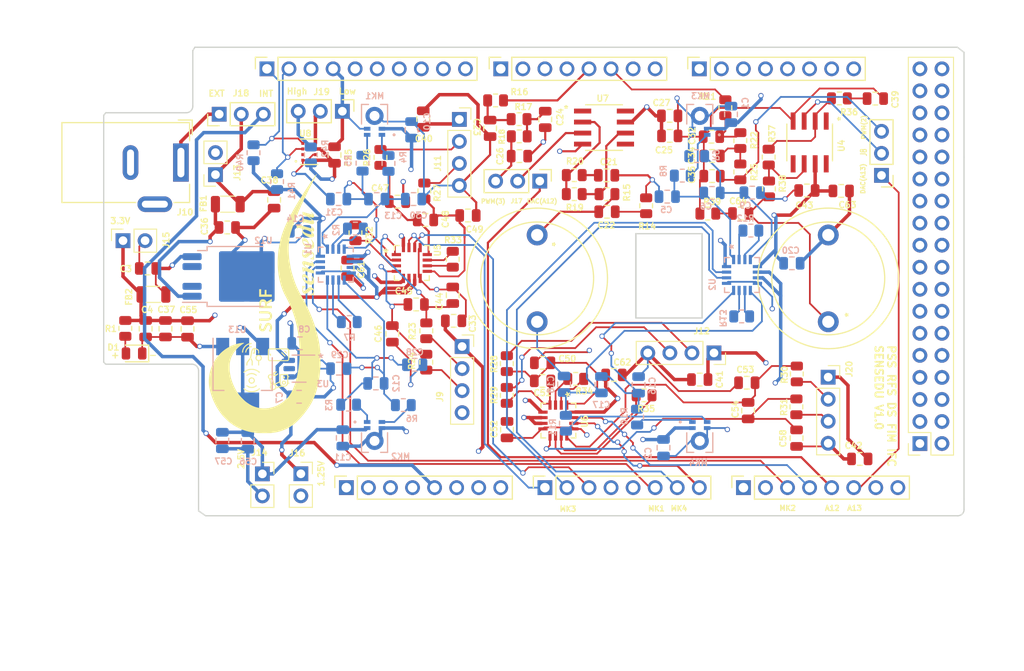
<source format=kicad_pcb>
(kicad_pcb (version 20221018) (generator pcbnew)
  (title_block (date "mar. 31 mars 2015"))
  (layers (0 "F.Cu" signal) (1 "In1.Cu" power "GND") (2 "In2.Cu" power "PWR") (31 "B.Cu" signal) (34 "B.Paste" user) (35 "F.Paste" user) (36 "B.SilkS" user "B.Silkscreen") (37 "F.SilkS" user "F.Silkscreen") (38 "B.Mask" user) (39 "F.Mask" user) (44 "Edge.Cuts" user))
  (net 0 "")
  (net 1 "GND")
  (net 2 "/*52")
  (net 3 "/53")
  (net 4 "/50")
  (net 5 "/51")
  (net 6 "/48")
  (net 7 "/49")
  (net 8 "/*46")
  (net 9 "/47")
  (net 10 "/*44")
  (net 11 "/*45")
  (net 12 "/42")
  (net 13 "/43")
  (net 14 "/40")
  (net 15 "/41")
  (net 16 "/38")
  (net 17 "/39")
  (net 18 "/36")
  (net 19 "/37")
  (net 20 "/34")
  (net 21 "/35")
  (net 22 "/32")
  (net 23 "/33")
  (net 24 "/30")
  (net 25 "/31")
  (net 26 "/28")
  (net 27 "/29")
  (net 28 "/26")
  (net 29 "/27")
  (net 30 "/24")
  (net 31 "/25")
  (net 32 "/22")
  (net 33 "/23")
  (net 34 "/IOREF")
  (net 38 "/A10")
  (net 39 "/A11")
  (net 40 "/A15")
  (net 41 "/AREF")
  (net 42 "/*13")
  (net 43 "/*12")
  (net 44 "/*11")
  (net 45 "/*10")
  (net 46 "/*9")
  (net 47 "/*8")
  (net 48 "/*7")
  (net 49 "/*6")
  (net 50 "/*5")
  (net 51 "/*4")
  (net 52 "/*3")
  (net 53 "/*2")
  (net 54 "/TX0{slash}1")
  (net 55 "/RX0{slash}0")
  (net 56 "/TX3{slash}14")
  (net 57 "/RX3{slash}15")
  (net 58 "/TX2{slash}16")
  (net 59 "/RX2{slash}17")
  (net 60 "/TX1{slash}18")
  (net 61 "/RX1{slash}19")
  (net 62 "/SDA{slash}20")
  (net 63 "/SCL{slash}21")
  (net 64 "/~{RESET}")
  (net 66 "Net-(D1-A)")
  (net 67 "Net-(MK1-OUTPUT-)")
  (net 68 "Net-(MK1-OUTPUT+)")
  (net 69 "Net-(MK2-OUTPUT-)")
  (net 70 "Net-(MK2-OUTPUT+)")
  (net 71 "Net-(MK3-OUTPUT-)")
  (net 72 "Net-(MK3-OUTPUT+)")
  (net 73 "/SCL1")
  (net 74 "Net-(R32-Pad1)")
  (net 75 "+2.5V")
  (net 76 "+3.3V")
  (net 77 "/Vin")
  (net 78 "+1.25V_REF")
  (net 79 "/A5")
  (net 80 "A12")
  (net 81 "/A14")
  (net 82 "A13")
  (net 83 "Net-(R12-Pad1)")
  (net 84 "Net-(R33-Pad1)")
  (net 85 "/A0")
  (net 86 "/SDA1")
  (net 87 "/A6")
  (net 88 "/A1")
  (net 89 "/A2")
  (net 90 "/A7")
  (net 91 "/A3")
  (net 92 "/A4")
  (net 93 "Net-(J1-Pin_5)")
  (net 102 "Net-(U7-OUT)")
  (net 103 "Net-(U7-IN-)")
  (net 104 "Net-(U12-Q)")
  (net 105 "Net-(U12-I)")
  (net 106 "Net-(R7-Pad2)")
  (net 107 "Net-(R7-Pad1)")
  (net 108 "Net-(R32-Pad2)")
  (net 109 "Net-(R2-Pad2)")
  (net 110 "Net-(R2-Pad1)")
  (net 111 "Net-(J9-Pin_2)")
  (net 112 "Net-(J18-A)")
  (net 113 "Net-(J17-C)")
  (net 114 "Net-(J17-B)")
  (net 115 "Net-(J13-Pin_1)")
  (net 116 "Net-(J12-Pin_3)")
  (net 117 "Net-(J12-Pin_2)")
  (net 118 "Net-(J11-Pin_3)")
  (net 119 "Net-(J11-Pin_2)")
  (net 120 "Net-(C24-Pad1)")
  (net 121 "Net-(C23-Pad1)")
  (net 122 "Net-(C22-Pad2)")
  (net 123 "Net-(C21-Pad1)")
  (net 124 "Net-(U2--IN1)")
  (net 125 "Net-(U2-+IN1)")
  (net 126 "Net-(U1--IN2)")
  (net 127 "Net-(U1-+IN2)")
  (net 128 "Net-(U1--IN1)")
  (net 129 "Net-(U1-+IN1)")
  (net 130 "Net-(U2--IN2)")
  (net 131 "Net-(U2-+IN2)")
  (net 132 "Net-(C22-Pad1)")
  (net 133 "Net-(C32-Pad1)")
  (net 134 "Net-(C34-Pad1)")
  (net 135 "Net-(J8-B)")
  (net 136 "Net-(C39-Pad1)")
  (net 137 "Net-(U5--IN1)")
  (net 138 "Net-(U5-+IN1)")
  (net 139 "Net-(U5--IN2)")
  (net 140 "Net-(U5-+IN2)")
  (net 141 "Net-(U6--IN1)")
  (net 142 "Net-(U6-+IN1)")
  (net 143 "Net-(U6--IN2)")
  (net 144 "Net-(U6-+IN2)")
  (net 145 "Net-(C64-Pad1)")
  (net 146 "Net-(C64-Pad2)")
  (net 147 "Net-(J8-C)")
  (net 148 "Net-(J9-Pin_3)")
  (net 149 "Net-(J20-Pin_2)")
  (net 150 "Net-(J20-Pin_3)")
  (net 151 "Net-(MK4-OUTPUT+)")
  (net 152 "Net-(MK4-OUTPUT-)")
  (net 153 "Net-(R12-Pad2)")
  (net 154 "Net-(R13-Pad1)")
  (net 155 "Net-(R13-Pad2)")
  (net 156 "Net-(R33-Pad2)")
  (net 157 "Net-(R34-Pad1)")
  (net 158 "Net-(R34-Pad2)")
  (net 159 "Net-(R35-Pad1)")
  (net 160 "Net-(R35-Pad2)")
  (net 161 "Net-(U4-IN-)")
  (net 162 "Net-(U4-OUT)")
  (net 167 "Net-(J19-C)")
  (net 168 "Net-(J19-B)")
  (footprint "Connector_PinSocket_2.54mm:PinSocket_2x18_P2.54mm_Vertical" (layer "F.Cu") (at 193.98 92.38 180)
    (fp_text reference "J7" hide)
    (fp_text value "Digital")
  )
  (footprint "Connector_PinSocket_2.54mm:PinSocket_1x08_P2.54mm_Vertical" (layer "F.Cu") (at 127.94 97.46 90)
    (fp_text reference "J1" hide)
    (fp_text value "Power")
  )
  (footprint "Connector_PinSocket_2.54mm:PinSocket_1x08_P2.54mm_Vertical" (layer "F.Cu") (at 150.8 97.46 90)
    (fp_text reference "J3" hide)
    (fp_text value "Analog")
  )
  (footprint "Connector_PinSocket_2.54mm:PinSocket_1x08_P2.54mm_Vertical" (layer "F.Cu") (at 173.66 97.46 90)
    (fp_text reference "J5" hide)
    (fp_text value "Analog")
  )
  (footprint "Connector_PinSocket_2.54mm:PinSocket_1x10_P2.54mm_Vertical" (layer "F.Cu") (at 118.796 49.2 90)
    (fp_text reference "J2" hide)
    (fp_text value "PWM")
  )
  (footprint "Connector_PinSocket_2.54mm:PinSocket_1x08_P2.54mm_Vertical" (layer "F.Cu") (at 145.72 49.2 90)
    (fp_text reference "J4" hide)
    (fp_text value "PWM")
  )
  (footprint "Connector_PinSocket_2.54mm:PinSocket_1x08_P2.54mm_Vertical" (layer "F.Cu") (at 168.58 49.2 90)
    (fp_text reference "J6" hide)
    (fp_text value "Communication")
  )
  (footprint "Resistor_SMD:R_0805_2012Metric" (layer "F.Cu") (at 147.85 56.98 180)
    (fp_text reference "R18")
    (fp_text value "4.7k")
  )
  (footprint "Capacitor_SMD:C_0805_2012Metric" (layer "F.Cu") (at 146.44 90.78 90)
    (fp_text reference "C52")
    (fp_text value "100p")
  )
  (footprint "Capacitor_SMD:C_0805_2012Metric" (layer "F.Cu") (at 180.97 63.22)
    (fp_text reference "C43")
    (fp_text value "1u")
  )
  (footprint "Capacitor_SMD:C_0805_2012Metric" (layer "F.Cu") (at 170.05 59.24 180)
    (fp_text reference "C34")
    (fp_text value "1n")
  )
  (footprint "Resistor_SMD:R_0805_2012Metric" (layer "F.Cu") (at 137.14 83 90)
    (fp_text reference "R24")
    (fp_text value "3.9k")
  )
  (footprint "Connector_PinHeader_2.54mm:PinHeader_1x03_P2.54mm_Vertical" (layer "F.Cu") (at 150.21 62.14 -90)
    (fp_text reference "J17")
    (fp_text value "Conn_03x01")
  )
  (footprint "Capacitor_SMD:C_0805_2012Metric" (layer "F.Cu") (at 140.19 75.29 -90)
    (fp_text reference "C44")
    (fp_text value "100p")
  )
  (footprint "Capacitor_SMD:C_0805_2012Metric" (layer "F.Cu") (at 169.98 57.02 180)
    (fp_text reference "C32")
    (fp_text value "1n")
  )
  (footprint "Resistor_SMD:R_0805_2012Metric" (layer "F.Cu") (at 176.57 59.37 -90)
    (fp_text reference "R37")
    (fp_text value "3k")
  )
  (footprint "Connector_BarrelJack:BarrelJack_Wuerth_6941xx301002" (layer "F.Cu") (at 108.89 60 -90)
    (fp_text reference "J10")
    (fp_text value "Barrel_Jack_Switch")
  )
  (footprint "Capacitor_SMD:C_0805_2012Metric" (layer "F.Cu") (at 157.9 61.47)
    (fp_text reference "C21")
    (fp_text value "100n")
  )
  (footprint "Capacitor_SMD:C_0805_2012Metric" (layer "F.Cu") (at 141.94 66.1 180)
    (fp_text reference "C49")
    (fp_text value "100p")
  )
  (footprint "Capacitor_SMD:C_0805_2012Metric" (layer "F.Cu") (at 165.17 54.62 180)
    (fp_text reference "C27")
    (fp_text value "100n")
  )
  (footprint "Arduino_MountingHole:MountingHole_3.2mm" (layer "F.Cu") (at 196.52 97.46)
    (fp_text reference "MH6" hide)
    (fp_text value "MountingHole_3.2mm" hide)
  )
  (footprint "Capacitor_SMD:C_0805_2012Metric" (layer "F.Cu") (at 119.62 64.3 -90)
    (fp_text reference "C38")
    (fp_text value "10u")
  )
  (footprint "Connector_PinSocket_2.54mm:PinSocket_1x04_P2.54mm_Vertical" (layer "F.Cu") (at 141.27 81.2)
    (fp_text reference "J9")
    (fp_text value "Conn_01x04_Pin")
  )
  (footprint "Resistor_SMD:R_0805_2012Metric" (layer "F.Cu") (at 154.18 61.45)
    (fp_text reference "R20")
    (fp_text value "1k")
  )
  (footprint "DPS310XTSA1:XDCR_DPS310XTSA1" (layer "F.Cu") (at 123.6525 58.76 180)
    (fp_text reference "U8")
    (fp_text value "DPS310XTSA1")
  )
  (footprint "Connector_PinHeader_2.54mm:PinHeader_1x03_P2.54mm_Vertical" (layer "F.Cu") (at 127.48 54.09 -90)
    (fp_text reference "J19")
    (fp_text value "Conn_03x01")
  )
  (footprint "Capacitor_SMD:C_0805_2012Metric" (layer "F.Cu") (at 174.05 85.37)
    (fp_text reference "C53")
    (fp_text value "100p")
  )
  (footprint "Speaker:328ST16M_Speaker" (layer "F.Cu") (at 183.43 73.35 90)
    (fp_text reference "LS2" hide)
    (fp_text value "Speaker_Ultrasound")
  )
  (footprint "Capacitor_SMD:C_0805_2012Metric" (layer "F.Cu") (at 114.23 67.48)
    (fp_text reference "C36")
    (fp_text value "100n")
  )
  (footprint "Capacitor_SMD:C_0805_2012Metric" (layer "F.Cu") (at 133.24 79.74 90)
    (fp_text reference "C46")
    (fp_text value "100p")
  )
  (footprint "Resistor_SMD:R_0805_2012Metric" (layer "F.Cu") (at 176.6 63.04 -90)
    (fp_text reference "R38")
    (fp_text value "0")
  )
  (footprint "Capacitor_SMD:C_0805_2012Metric" (layer "F.Cu") (at 158.75 84.47)
    (fp_text reference "C62")
    (fp_text value "1u")
  )
  (footprint "Resistor_SMD:R_0805_2012Metric" (layer "F.Cu") (at 102.49 79.11 -90)
    (fp_text reference "R1")
    (fp_text value "47")
  )
  (footprint "Capacitor_SMD:C_0805_2012Metric" (layer "F.Cu") (at 174.2 88.59 -90)
    (fp_text reference "C54")
    (fp_text value "470p")
  )
  (footprint "Inductor_SMD:L_1206_3216Metric12" (layer "F.Cu") (at 114.14 64.8 180)
    (fp_text reference "FB1")
    (fp_text value "FerriteBead")
  )
  (footprint "Resistor_SMD:R_0805_2012Metric" (layer "F.Cu") (at 184.71 52.61)
    (fp_text reference "R36")
    (fp_text value "1k")
  )
  (footprint "Capacitor_SMD:C_0805_2012Metric" (layer "F.Cu") (at 173.35 65.87 180)
    (fp_text reference "C64")
    (fp_text value "DNI")
  )
  (footprint "wave colour:logo2" (layer "F.Cu") (at 118.53 76.2 90)
    (fp_text reference "G***")
    (fp_text value "LOGO" hide)
  )
  (footprint "LED_SMD:LED_0805_2012Metric" (layer "F.Cu") (at 103.5 82 180)
    (fp_text reference "D1")
    (fp_text value "LED")
  )
  (footprint "Connector_PinSocket_2.54mm:PinSocket_1x04_P2.54mm_Vertical" (layer "F.Cu") (at 170.27 81.94 -90)
    (fp_text reference "J12")
    (fp_text value "Conn_01x04_Pin")
  )
  (footprint "Connector_PinHeader_2.54mm:PinHeader_1x03_P2.54mm_Vertical" (layer "F.Cu") (at 113.3 54.43 90)
    (fp_text reference "J18")
    (fp_text value "Conn_03x01")
  )
  (footprint "Capacitor_SMD:C_0805_2012Metric" (layer "F.Cu") (at 165.18 56.93 180)
    (fp_text reference "C25")
    (fp_text value "1u")
  )
  (footprint "Capacitor_SMD:C_0805_2012Metric" (layer "F.Cu") (at 137.05 66.62)
    (fp_text reference "C48")
    (fp_text value "470p")
  )
  (footprint "ADA4891-ARZ:ADA4891-1ARZ" (layer "F.Cu") (at 157.61 55.97)
    (fp_text reference "U7")
    (fp_text value "R_8_ADI" hide)
  )
  (footprint "Resistor_SMD:R_0805_2012Metric" (layer "F.Cu") (at 179.76 88.15 90)
    (fp_text reference "R31")
    (fp_text value "3.9k")
  )
  (footprint "Arduino_MountingHole:MountingHole_3.2mm" (layer "F.Cu") (at 115.24 49.2)
    (fp_text reference "MH1" hide)
    (fp_text value "MountingHole_3.2mm" hide)
  )
  (footprint "Resistor_SMD:R_0805_2012Metric" (layer "F.Cu") (at 162.22 86.82 180)
    (fp_text reference "R35")
    (fp_text value "1k")
  )
  (footprint "Capacitor_SMD:C_0805_2012Metric" (layer "F.Cu") (at 150.84 55.03 -90)
    (fp_text reference "C24")
    (fp_text value "1n")
  )
  (footprint "Capacitor_SMD:C_0805_2012Metric" (layer "F.Cu") (at 168.63 85.01 180)
    (fp_text reference "C41")
    (fp_text value "100n")
  )
  (footprint "Resistor_SMD:R_0805_2012Metric" (layer "F.Cu") (at 147.83 55)
    (fp_text reference "R17")
    (fp_text value "4.7k")
  )
  (footprint "Resistor_SMD:R_0805_2012Metric" (layer "F.Cu") (at 179.81 84.36 90)
    (fp_text reference "R30")
    (fp_text value "3.9k")
  )
  (footprint "Capacitor_SMD:C_0805_2012Metric" (layer "F.Cu") (at 104.826 79.15 -90)
    (fp_text reference "C4")
    (fp_text value "100n")
  )
  (footprint "Resistor_SMD:R_0805_2012Metric" (layer "F.Cu") (at 137.15 79.39 90)
    (fp_text reference "R23")
    (fp_text value "3.9k")
  )
  (footprint "Resistor_SMD:R_0805_2012Metric" (layer "F.Cu") (at 173.3 57.4675 -90)
    (fp_text reference "R22")
    (fp_text value "4.7k")
  )
  (footprint "Resistor_SMD:R_0805_2012Metric" (layer "F.Cu") (at 169.5625 65.88)
    (fp_text reference "R39")
    (fp_text value "DNI")
  )
  (footprint "Capacitor_SMD:C_0805_2012Metric" (layer "F.Cu") (at 140.29 78.24)
    (fp_text reference "C33")
    (fp_text value "100n")
  )
  (footprint "Connector_PinSocket_2.54mm:PinSocket_1x04_P2.54mm_Vertical" (layer "F.Cu") (at 183.42 84.73)
    (fp_text reference "J20")
    (fp_text value "Conn_01x04_Pin")
  )
  (footprint "Connector_PinHeader_2.54mm:PinHeader_1x03_P2.54mm_Vertical" (layer "F.Cu") (at 189.56 61.48 180)
    (fp_text reference "J8")
    (fp_text value "Conn_03x01")
  )
  (footprint "Inductor_SMD:L_1206_3216Metric12" (layer "F.Cu") (at 105.58 75.2 180)
    (fp_text reference "FB2")
    (fp_text value "FerriteBead")
  )
  (footprint "Resistor_SMD:R_0805_2012Metric" (layer "F.Cu") (at 162.46 64.98 -90)
    (fp_text reference "R14")
    (fp_text value "DNI")
  )
  (footprint "Resistor_SMD:R_0805_2012Metric" (layer "F.Cu") (at 136.92 63.27 -90)
    (fp_text reference "R27")
    (fp_text value "3.9k")
  )
  (footprint "Speaker:328ST16M_Speaker" (layer "F.Cu") (at 149.91 73.35 -90)
    (fp_text reference "LS1" hide)
    (fp_text value "Speaker_Ultrasound")
  )
  (footprint "Capacitor_SMD:C_0805_2012Metric" (layer "F.Cu") (at 128.08 72.19 -90)
    (fp_text reference "C61")
    (fp_text value "1u")
  )
  (footprint "Resistor_SMD:R_0805_2012Metric" (layer "F.Cu") (at 131.87 59.41 -90)
    (fp_text reference "R26")
    (fp_text value "3.9k")
  )
  (footprint "Resistor_SMD:R_0805_2012Metric" (layer "F.Cu") (at 154.18 63.64)
    (fp_text reference "R19")
    (fp_text value "3k")
  )
  (footprint "Connector_PinSocket_2.54mm:PinSocket_1x02_P2.54mm_Vertical" (layer "F.Cu") (at 118.27 95.875)
    (fp_text reference "J14")
    (fp_text value "Conn_02x01")
  )
  (footprint "Capacitor_SMD:C_0805_2012Metric" (layer "F.Cu") (at 126.58 59.13 90)
    (fp_text reference "C15")
    (fp_text value "100n")
  )
  (footprint "Capacitor_SMD:C_0805_2012Metric" (layer "F.Cu") (at 136.79 54.99 90)
    (fp_text reference "C40")
    (fp_text value "100n")
  )
  (footprint "Capacitor_SMD:C_0805_2012Metric" (layer "F.Cu") (at 107.112 79.15 -90)
    (fp_text reference "C37")
    (fp_text value "10u")
  )
  (footprint "Resistor_SMD:R_0805_2012Metric" (layer "F.Cu") (at 145.1225 52.84)
    (fp_text reference "R16")
    (fp_text value "4.7k")
  )
  (footprint "Capacitor_SMD:C_0805_2012Metric" (layer "F.Cu") (at 184.92 63.27 180)
    (fp_text reference "C63")
    (fp_text value "100n")
  )
  (footprint "Capacitor_SMD:C_0805_2012Metric" (layer "F.Cu") (at 157.95 65.67)
    (fp_text reference "C22")
    (fp_text value "DNI")
  )
  (footprint "Connector_PinSocket_2.54mm:PinSocket_1x02_P2.54mm_Vertical" (layer "F.Cu") (at 122.7 95.865)
    (fp_text reference "J16")
    (fp_text value "Conn_02x01")
  )
  (footprint "Capacitor_SMD:C_0805_2012Metric" (layer "F.Cu") (at 187.06 94.15 180)
    (fp_text reference "C42")
    (fp_text value "100n")
  )
  (footprint "Capacitor_SMD:C_0805_2012Metric" (layer "F.Cu") (at 144.49 56.06 -90)
    (fp_text reference "C23")
    (fp_text value "1n")
  )
  (footprint "Resistor_SMD:R_0805_2012Metric" (layer "F.Cu") (at 140.19 71.14 90)
    (fp_text reference "R33")
    (fp_text value "1k")
  )
  (footprint "Resistor_SMD:R_0805_2012Metric" (layer "F.Cu") (at 173.3 61.08 -90)
    (fp_text reference "R25")
    (fp_text value "4.7k")
  )
  (footprint "Capacitor_SMD:C_0805_2012Metric" (layer "F.Cu") (at 150.53 85.16)
    (fp_text reference "C51")
    (fp_text value "470p")
  )
  (footprint "AD8426:QFN65P400X400X100-16N" (layer "F.Cu") (at 135.48 71.57)
    (fp_text reference "U5")
    (fp_text value "AD8426ACPZ-R7")
  )
  (footprint "Connector_PinSocket_2.54mm:PinSocket_1x04_P2.54mm_Vertical" (layer "F.Cu") (at 140.95 55.03)
    (fp_text reference "J11")
    (fp_text value "Conn_01x04_Pin")
  )
  (footprint "Capacitor_SMD:C_0805_2012Metric" (layer "F.Cu") (at 170.05 61.56 180)
    (fp_text reference "C35")
    (fp_text value "1n")
  )
  (footprint "Capacitor_SMD:C_0805_2012Metric" (layer "F.Cu") (at 147.87 59.26)
    (fp_text reference "C26")
    (fp_text value "1n")
  )
  (footprint "Connector_PinSocket_2.54mm:PinSocket_1x02_P2.54mm_Vertical" (layer "F.Cu") (at 112.87 61.395 180)
    (fp_text reference "J13")
    (fp_text value "Conn_02x01")
  )
  (footprint "Connector_PinSocket_2.54mm:PinSocket_1x02_P2.54mm_Vertical" (layer "F.Cu") (at 102.225 69 90)
    (fp_text reference "J15")
    (fp_text value "Conn_02x01")
  )
  (footprint "Capacitor_SMD:C_0805_2012Metric" (layer "F.Cu") (at 135.98 76.35 180)
    (fp_text reference "C45")
    (fp_text value "470p")
  )
  (footprint "Resistor_SMD:R_0805_2012Metric" (layer "F.Cu") (at 157.95 63.64)
    (fp_text reference "R15")
    (fp_text value "0")
  )
  (footprint "Resistor_SMD:R_0805_2012Metric" (layer "F.Cu") (at 171.58 53.68 90)
    (fp_text reference "R21")
    (fp_text value "4.7k")
  )
  (footprint "Arduino_MountingHole:MountingHole_3.2mm" (layer "F.Cu") (at 113.97 97.46)
    (fp_text reference "MH2" hide)
    (fp_text value "MountingHole_3.2mm" hide)
  )
  (footprint "Resistor_SMD:R_0805_2012Metric" (layer "F.Cu") (at 146.42 83.17 -90)
    (fp_text reference "R28")
    (fp_text value "3.9k")
  )
  (footprint "Capacitor_SMD:C_0805_2012Metric" (layer "F.Cu") (at 188.85 52.63)
    (fp_text reference "C39")
    (fp_text value "100n")
  )
  (footprint "Capacitor_SMD:C_0805_2012Metric" (layer "F.Cu") (at 133.83 64.51 180)
    (fp_text reference "C47")
    (fp_text value "100p")
  )
  (footprint "Capacitor_SMD:C_0805_2012Metric" (layer "F.Cu") (at 109.652 79.172 -90)
    (fp_text reference "C55")
    (fp_text value "100n")
  )
  (footprint "Resistor_SMD:R_0805_2012Metric" (layer "F.Cu") (at 128.99 68.1 -90)
    (fp_text reference "R32")
    (fp_text value "1k")
  )
  (footprint "Resistor_SMD:R_0805_2012Metric" (layer "F.Cu") (at 154.35 84.93 180)
    (fp_text reference "R34")
    (fp_text value "1k")
  )
  (footprint "Capacitor_SMD:C_0805_2012Metric" (layer "F.Cu") (at 179.78 91.76 90)
    (fp_text reference "C58")
    (fp_text value "100p")
  )
  (footprint "ADA4891-ARZ:ADA4891-1ARZ" (layer "F.Cu") (at 181.2875 57.68495 -90)
    (fp_text reference "U4")
    (fp_text value "R_8_ADI" hide)
  )
  (footprint "Capacitor_SMD:C_0805_2012Metric" (layer "F.Cu") (at 150.54 83.08)
    (fp_text reference "C50")
    (fp_text value "100p")
  )
  (footprint "AD8426:QFN65P400X400X100-16N" (layer "F.Cu") (at 152.355 89.725 -90)
    (fp_text reference "U6")
    (fp_text value "AD8426ACPZ-R7")
  )
  (footprint "Arduino_MountingHole:MountingHole_3.2mm" (layer "F.Cu") (at 190.17 49.2)
    (fp_text reference "MH5" hide)
    (fp_text value "MountingHole_3.2mm" hide)
  )
  (footprint "Capacitor_SMD:C_0805_2012Metric" (layer "F.Cu") (at 105.05 72.2 180)
    (fp_text reference "C3")
    (fp_text value "10u")
  )
  (footprint "Resistor_SMD:R_0805_2012Metric" (layer "F.Cu") (at 146.42 86.83 -90)
    (fp_text reference "R29")
    (fp_text value "3.9k")
  )
  (footprint "Capacitor_SMD:C_0805_2012Metric" (layer "B.Cu") (at 127.53 91.73 -90)
    (fp_text reference "C11")
    (fp_text value "100n")
  )
  (footprint "AD8426:QFN65P400X400X100-16N" (layer "B.Cu") (at 126.7275 71.76 -90)
    (fp_text reference "U1")
    (fp_text value "AD8426ACPZ-R7")
  )
  (footprint "Capacitor_SMD:C_0805_2012Metric" (layer "B.Cu") (at 135.81 83.3 180)
    (fp_text reference "C28")
    (fp_text value "100p")
  )
  (footprint "Resistor_SMD:R_0805_2012Metric" (layer "B.Cu") (at 128.2775 78.38 180)
    (fp_text reference "R7")
    (fp_text value "1k")
  )
  (footprint "Capacitor_SMD:C_0805_2012Metric" (layer "B.Cu") (at 153.01 85.55 -90)
    (fp_text reference "C18")
    (fp_text value "100p")
  )
  (footprint "Capacitor_SMD:C_0805_2012Metric" (layer "B.Cu") (at 174.67 63.47 180)
    (fp_text reference "C9")
    (fp_text value "100p")
  )
  (footprint "Resistor_SMD:R_0805_2012Metric" (layer "B.Cu") (at 119.96 62.2 90)
    (fp_text reference "R41")
    (fp_text value "10k")
  )
  (footprint "Capacitor_SMD:C_0805_2012Metric" (layer "B.Cu") (at 157.31 85.6 -90)
    (fp_text reference "C17")
    (fp_text value "470p")
  )
  (footprint "Resistor_SMD:R_0805_2012Metric" (layer "B.Cu") (at 161.42 89.33 90)
    (fp_text reference "R10")
    (fp_text value "3.9k")
  )
  (footprint "IM73A135V01XTSA1:MIC_IM73A135V01XTSA1" (layer "B.Cu") (at 131.185 91.395 180)
    (fp_text reference "MK2")
    (fp_text value "IM73A135V01XTSA1")
  )
  (footprint "Capacitor_SMD:C_0805_2012Metric" (layer "B.Cu") (at 127.05 64.21)
    (fp_text reference "C31")
    (fp_text value "100p")
  )
  (footprint "Capacitor_SMD:C_0805_2012Metric" (layer "B.Cu") (at 116.59 92.07 -90)
    (fp_text reference "C56")
    (fp_text value "10u")
  )
  (footprint "Resistor_SMD:R_0805_2012Metric" (layer "B.Cu") (at 173.46 77.73 180)
    (fp_text reference "R13")
    (fp_text value "1k")
  )
  (footprint "Resistor_SMD:R_0805_2012Metric" (layer "B.Cu") (at 117.25 58.87 -90)
    (fp_text reference "R40")
    (fp_text value "10k")
  )
  (footprint "Capacitor_SMD:C_0805_2012Metric" (layer "B.Cu") (at 179.24 71.61)
    (fp_text reference "C20")
    (fp_text value "1u")
  )
  (footprint "Resistor_SMD:R_0805_2012Metric" (layer "B.Cu") (at 134.5 87.95 180)
    (fp_text reference "R6")
    (fp_text value "3.9k")
  )
  (footprint "Capacitor_SMD:C_0805_2012Metric" (layer "B.Cu") (at 135.68 64.21 180)
    (fp_text reference "C30")
    (fp_text value "100p")
  )
  (footprint "Capacitor_SMD:C_0805_2012Metric" (layer "B.Cu") (at 113.66 92.03 -90)
    (fp_text reference "C57")
    (fp_text value "100n")
  )
  (footprint "Capacitor_SMD:C_0805_2012Metric" (layer "B.Cu") (at 122.6 80.83)
    (fp_text reference "C8")
    (fp_text value "100n")
  )
  (footprint "Resistor_SMD:R_0805_2012Metric" (layer "B.Cu") (at 168.28 59.26)
    (fp_text reference "R9")
    (fp_text value "3.9k")
  )
  (footprint "Capacitor_SMD:C_0805_2012Metric" (layer "B.Cu") (at 127.07 83.75)
    (fp_text reference "C29")
    (fp_text value "100p")
  )
  (footprint "Capacitor_SMD:C_0805_2012Metric" (layer "B.Cu") (at 172.23 54.45 90)
    (fp_text reference "C1")
    (fp_text value "100n")
  )
  (footprint "Package_TO_SOT_SMD:TO-252-4" (layer "B.Cu") (at 115.215 73.125)
    (fp_text reference "U12")
    (fp_text value "TLS850C2TE_V33")
  )
  (footprint "Capacitor_SMD:C_0805_2012Metric" (layer "B.Cu") (at 170.04 63.5)
    (fp_text reference "C6")
    (fp_text value "470p")
  )
  (footprint "Resistor_SMD:R_0805_2012Metric" (layer "B.Cu") (at 123.85 59.12 -90)
    (fp_text reference "R42")
    (fp_text value "10k")
  )
  (footprint "Resistor_SMD:R_0805_2012Metric" (layer "B.Cu") (at 129.8 60.07 -90)
    (fp_text reference "R5")
    (fp_text value "3.9k")
  )
  (footprint "IM73A135V01XTSA1:MIC_IM73A135V01XTSA1" (layer "B.Cu") (at 168.635 91.395 180)
    (fp_text reference "MK4")
    (fp_text value "IM73A135V01XTSA1")
  )
  (footprint "Resistor_SMD:R_0805_2012Metric" (layer "B.Cu") (at 153.22 90.04 90)
    (fp_text reference "R11")
    (fp_text value "3.9k")
  )
  (footprint "Package_TO_SOT_SMD:TSOT-23-6" (layer "B.Cu") (at 122.5 83.75 180)
    (fp_text reference "U3")
    (fp_text value "LT1790ACS6-1.25")
  )
  (footprint "Resistor_SMD:R_0805_2012Metric" (layer "B.Cu") (at 174.52 67.84)
    (fp_text reference "R12")
    (fp_text value "1k")
  )
  (footprint "IM73A135V01XTSA1:MIC_IM73A135V01XTSA1" (layer "B.Cu") (at 131.185 55.305)
    (fp_text reference "MK1")
    (fp_text value "IM73A135V01XTSA1")
  )
  (footprint "Capacitor_SMD:C_0805_2012Metric" (layer "B.Cu") (at 122.44 67.93)
    (fp_text reference "C14")
    (fp_text value "1u")
  )
  (footprint "AD8426:QFN65P400X400X100-16N" (layer "B.Cu") (at 173.495 72.955 -90)
    (fp_text reference "U2")
    (fp_text value "AD8426ACPZ-R7")
  )
  (footprint "Resistor_SMD:R_0805_2012Metric" (layer "B.Cu") (at 128.2 87.9 180)
    (fp_text reference "R3")
    (fp_text value "3.9k")
  )
  (footprint "Capacitor_SMD:C_0805_2012Metric" (layer "B.Cu") (at 164.46 92.86 -90)
    (fp_text reference "C2")
    (fp_text value "100n")
  )
  (footprint "Capacitor_SMD:C_0805_2012Metric" (layer "B.Cu") (at 164.89 63.93)
    (fp_text reference "C5")
    (fp_text value "100p")
  )
  (footprint "Capacitor_SMD:C_0805_2012Metric" (layer "B.Cu") (at 131.44 64.21 180)
    (fp_text reference "C13")
    (fp_text value "470p")
  )
  (footprint "Resistor_SMD:R_0805_2012Metric" (layer "B.Cu") (at 128.98 67.62)
    (fp_text reference "R2")
    (fp_text value "1k")
  )
  (footprint "Package_TO_SOT_SMD:SOT-223-3_TabPin2" (layer "B.Cu") (at 116 84.35 -90)
    (fp_text reference "U13")
    (fp_text value "NCP1117-2.5_SOT223")
  )
  (footprint "Capacitor_SMD:C_0805_2012Metric" (layer "B.Cu") (at 135.45 56.23 90)
    (fp_text reference "C10")
    (fp_text value "100n")
  )
  (footprint "Resistor_SMD:R_0805_2012Metric" (layer "B.Cu") (at 132.79 60.1 -90)
    (fp_text reference "R4")
    (fp_text value "3.9k")
  )
  (footprint "Resistor_SMD:R_0805_2012Metric" (layer "B.Cu") (at 166.62 61.51 180)
    (fp_text reference "R8")
    (fp_text value "3.9k")
  )
  (footprint "Capacitor_SMD:C_0805_2012Metric" (layer "B.Cu") (at 122.5 86.99 180)
    (fp_text reference "C7")
    (fp_text value "1u")
  )
  (footprint "Capacitor_SMD:C_0805_2012Metric" (layer "B.Cu") (at 131.34 85.45)
    (fp_text reference "C12")
    (fp_text value "470p")
  )
  (footprint "Capacitor_SMD:C_0805_2012Metric" (layer "B.Cu") (at 161.59 85.62 -90)
    (fp_text reference "C16")
    (fp_text value "100p")
  )
  (footprint "IM73A135V01XTSA1:MIC_IM73A135V01XTSA1" (layer "B.Cu") (at 168.635 55.305)
    (fp_text reference "MK3")
    (fp_text value "IM73A135V01XTSA1")
  )
  (gr_line (start 100 83) (end 100 54.56) (stroke (width 0.15)) (layer "Edge.Cuts"))
  (gr_line (start 110.16 83.236) (end 100.23 83.236) (stroke (width 0.15)) (layer "Edge.Cuts"))
  (gr_rect (start 161.29 68.2) (end 168.91 68.2) (stroke (width 0.15)) (fill none) (layer "Edge.Cuts"))
  (gr_line (start 100 83) (end 100.23 83.236) (stroke (width 0.15)) (layer "Edge.Cuts"))
  (gr_line (start 110.922 83.998) (end 110.922 100.15) (stroke (width 0.15)) (layer "Edge.Cuts"))
  (gr_line (start 198.357171 100.699721) (end 111.739171 100.7) (stroke (width 0.15)) (layer "Edge.Cuts"))
  (gr_line (start 110.942 100.15) (end 111.73 100.7) (stroke (width 0.15)) (layer "Edge.Cuts"))
  (gr_line (start 110.5 46.715) (end 198.3 46.715) (stroke (width 0.15)) (layer "Edge.Cuts"))
  (gr_arc (start 110.16 83.236) (mid 110.698815 83.459185) (end 110.922 83.998) (stroke (width 0.15)) (layer "Edge.Cuts"))
  (gr_line (start 199.06 59.36) (end 199.06 98.73) (stroke (width 0.15)) (layer "Edge.Cuts"))
  (gr_rect (start 168.8846 68.2) (end 168.91 77.91) (stroke (width 0.15)) (fill none) (layer "Edge.Cuts"))
  (gr_rect (start 161.2646 68.2) (end 161.29 77.91) (stroke (width 0.15)) (fill none) (layer "Edge.Cuts"))
  (gr_line (start 110.262 47.1) (end 110.262 53.5) (stroke (width 0.15)) (layer "Edge.Cuts"))
  (gr_line (start 109.5 54.262) (end 100.24 54.262) (stroke (width 0.15)) (layer "Edge.Cuts"))
  (gr_line (start 100 54.56) (end 100.24 54.262) (stroke (width 0.15)) (layer "Edge.Cuts"))
  (gr_arc (start 199.06 99.941563) (mid 198.874087 100.474066) (end 198.357171 100.699721) (stroke (width 0.15)) (layer "Edge.Cuts"))
  (gr_line (start 198.3 46.715) (end 199.06 47.3) (stroke (width 0.15)) (layer "Edge.Cuts"))
  (gr_line (start 110.262 47.1) (end 110.5 46.715) (stroke (width 0.15)) (layer "Edge.Cuts"))
  (gr_line (start 199.06 47.3) (end 199.06 59.36) (stroke (width 0.15)) (layer "Edge.Cuts"))
  (gr_line (start 199.06 98.734218) (end 199.06 99.941563) (stroke (width 0.15)) (layer "Edge.Cuts"))
  (gr_arc (start 110.262 53.5) (mid 110.038815 54.038815) (end 109.5 54.262) (stroke (width 0.15)) (layer "Edge.Cuts"))
  (gr_rect (start 161.29 77.91) (end 168.91 77.91) (stroke (width 0.15)) (fill none) (layer "Edge.Cuts"))
  (gr_text "MK2" (at 177.72 100.17) (layer "F.SilkS") (effects (font (size 0.6 0.6) (thickness 0.15) bold) (justify left bottom)))
  (gr_text "MK3" (at 152.43 100.27) (layer "F.SilkS") (effects (font (size 0.6 0.6) (thickness 0.15) bold) (justify left bottom)))
  (gr_text "A12\n" (at 182.96 100.18) (layer "F.SilkS") (effects (font (size 0.6 0.6) (thickness 0.15) bold) (justify left bottom)))
  (gr_text "MK1" (at 162.61 100.23) (layer "F.SilkS") (effects (font (size 0.6 0.6) (thickness 0.15) bold) (justify left bottom)))
  (gr_text "A13\n" (at 185.53 100.17) (layer "F.SilkS") (effects (font (size 0.6 0.6) (thickness 0.15) bold) (justify left bottom)))
  (gr_text "MK4" (at 165.21 100.21) (layer "F.SilkS") (effects (font (size 0.6 0.6) (thickness 0.15) bold) (justify left bottom)))
  (gr_text "PSS RFS DS FIM IFC\nSENSEDU V1.0\n" (at 188.73 80.94 270) (layer "F.SilkS") (effects (font (size 0.9 0.9) (thickness 0.2) bold) (justify left bottom)))
  (segment (start 138.34 74.63) (end 137.57 74.63) (width 0.2) (layer "F.Cu") (net 1))
  (segment (start 173.1 85.37) (end 172.14 86.33) (width 0.2) (layer "F.Cu") (net 1))
  (segment (start 123.4675 59.735) (end 124.1175 59.085) (width 0.2) (layer "F.Cu") (net 1))
  (segment (start 138.65 52.18) (end 141.94 52.18) (width 0.4) (layer "F.Cu") (net 1))
  (segment (start 186.11 94.15) (end 185.22 94.15) (width 0.4) (layer "F.Cu") (net 1))
  (segment (start 153.9628 90.52) (end 154.133 90.6902) (width 0.2) (layer "F.Cu") (net 1))
  (segment (start 136.27 69.9672) (end 136.4452 69.792) (width 0.2) (layer "F.Cu") (net 1))
  (segment (start 128.08 73.14) (end 128.56 73.14) (width 0.4) (layer "F.Cu") (net 1))
  (segment (start 126.58 58.18) (end 127.48 57.28) (width 0.4) (layer "F.Cu") (net 1))
  (segment (start 154.3212 58.7) (end 155.1462 57.875) (width 0.25) (layer "F.Cu") (net 1))
  (segment (start 135.35 85.59) (end 135.35 82.8) (width 0.2) (layer "F.Cu") (net 1))
  (segment (start 185.22 94.15) (end 183.42 92.35) (width 0.4) (layer "F.Cu") (net 1))
  (segment (start 162.46 62.7) (end 163.17 61.99) (width 0.2) (layer "F.Cu") (net 1))
  (segment (start 139.9 74.63) (end 140.19 74.34) (width 0.2) (layer "F.Cu") (net 1))
  (segment (start 104.4375 82) (end 104.4375 80.4885) (width 0.2) (layer "F.Cu") (net 1))
  (segment (start 168.65 65.88) (end 168.65 62.01) (width 0.2) (layer "F.Cu") (net 1))
  (segment (start 166.12 54.62) (end 166.12 52.68) (width 0.2) (layer "F.Cu") (net 1))
  (segment (start 167.68 85.01) (end 165.72 85.01) (width 0.4) (layer "F.Cu") (net 1))
  (segment (start 166.13 56.93) (end 166.13 54.63) (width 0.2) (layer "F.Cu") (net 1))
  (segment (start 134.49 64.22) (end 134.78 64.51) (width 0.25) (layer "F.Cu") (net 1))
  (segment (start 179.42 63.22) (end 178.45 64.19) (width 0.2) (layer "F.Cu") (net 1))
  (segment (start 184.02 92.35) (end 183.42 92.35) (width 0.4) (layer "F.Cu") (net 1))
  (segment (start 177.87135 53.71) (end 170.78 53.71) (width 0.2) (layer "F.Cu") (net 1))
  (segment (start 136.27 73.1728) (end 136.27 69.9672) (width 0.2) (layer "F.Cu") (net 1))
  (segment (start 127.48 57.28) (end 127.48 54.09) (width 0.4) (layer "F.Cu") (net 1))
  (segment (start 162.46 64.0675) (end 162.46 62.7) (width 0.2) (layer "F.Cu") (net 1))
  (segment (start 119.62 65.25) (end 119.54 65.25) (width 0.4) (layer "F.Cu") (net 1))
  (segment (start 121.9 61.31) (end 122.9275 60.2825) (width 0.2) (layer "F.Cu") (net 1))
  (segment (start 124.1175 59.085) (end 124.3775 59.085) (width 0.2) (layer "F.Cu") (net 1))
  (segment (start 179.78 92.71) (end 183.06 92.71) (width 0.2) (layer "F.Cu") (net 1))
  (segment (start 165.72 85.01) (end 162.65 81.94) (width 0.4) (layer "F.Cu") (net 1))
  (segment (start 150.82 81.85) (end 149.59 83.08) (width 0.2) (layer "F.Cu") (net 1))
  (segment (start 119.54 65.25) (end 117.31 67.48) (width 0.4) (layer "F.Cu") (net 1))
  (segment (start 150.7472 90.52) (end 153.9628 90.52) (width 0.2) (layer "F.Cu") (net 1))
  (segment (start 141.94 52.18) (end 143.1 53.34) (width 0.4) (layer "F.Cu") (net 1))
  (segment (start 160.12 84.47) (end 162.65 81.94) (width 0.4) (layer "F.Cu") (net 1))
  (segment (start 107.112 80.1) (end 109.63 80.1) (width 0.2) (layer "F.Cu") (net 1))
  (segment (start 128.56 73.14) (end 129.89 74.47) (width 0.4) (layer "F.Cu") (net 1))
  (segment (start 169.03 57.02) (end 166.22 57.02) (width 0.2) (layer "F.Cu") (net 1))
  (segment (start 140.95 62.65) (end 144.49 59.11) (width 0.25) (layer "F.Cu") (net 1))
  (segment (start 180.02 63.22) (end 179.42 63.22) (width 0.2) (layer "F.Cu") (net 1))
  (segment (start 141.7 77.78) (end 141.24 78.24) (width 0.2) (layer "F.Cu") (net 1))
  (segment (start 150.84 57.41) (end 150.62 57.63) (width 0.25) (layer "F.Cu") (net 1))
  (segment (start 154.94 90.7) (end 155.63 91.39) (width 0.2) (layer "F.Cu") (net 1))
  (segment (start 148.99 59.26) (end 150.62 57.63) (width 0.25) (layer "F.Cu") (net 1))
  (segment (start 188.64 51.47) (end 189.8 52.63) (width 0.2) (layer "F.Cu") (net 1))
  (segment (start 136.4452 73.348) (end 136.27 73.1728) (width 0.2) (layer "F.Cu") (net 1))
  (segment (start 169.9 54.59) (end 169.9 56.15) (width 0.2) (layer "F.Cu") (net 1))
  (segment (start 144.49 59.11) (end 144.49 57.01) (width 0.25) (layer "F.Cu") (net 1))
  (segment (start 185.87 63.27) (end 185.87 65.91) (width 0.4) (layer "F.Cu") (net 1))
  (segment (start 104.4375 80.4885) (end 104.826 80.1) (width 0.2) (layer "F.Cu") (net 1))
  (segment (start 142.32 64.02) (end 140.95 62.65) (width 0.2) (layer "F.Cu") (net 1))
  (segment (start 169.1 61.56) (end 169.1 59.24) (width 0.2) (layer "F.Cu") (net 1))
  (segment (start 166.13 54.63) (end 166.12 54.62) (width 0.2) (layer "F.Cu") (net 1))
  (segment (start 142.89 66.1) (end 142.89 64.59) (width 0.25) (layer "F.Cu") (net 1))
  (segment (start 104.1 72.2) (end 104.1 69.665) (width 0.2) (layer "F.Cu") (net 1))
  (segment (start 159.7 84.47) (end 160.12 84.47) (width 0.4) (layer "F.Cu") (net 1))
  (segment (start 179.3825 54.50995) (end 182.42245 51.47) (width 0.2) (layer "F.Cu") (net 1))
  (segment (start 148.82 59.26) (end 148.99 59.26) (width 0.25) (layer "F.Cu") (net 1))
  (segment (start 136.79 54.04) (end 138.65 52.18) (width 0.4) (layer "F.Cu") (net 1))
  (segment (start 179.3825 55.22115) (end 177.87135 53.71) (width 0.2) (layer "F.Cu") (net 1))
  (segment (start 166.22 57.02) (end 166.13 56.93) (width 0.2) (layer "F.Cu") (net 1))
  (segment (start 138.34 74.63) (end 139.9 74.63) (width 0.2) (layer "F.Cu") (net 1))
  (segment (start 180.02 63.22) (end 179.96 63.16) (width 0.2) (layer "F.Cu") (net 1))
  (segment (start 122.9275 59.735) (end 123.4675 59.735) (width 0.2) (layer "F.Cu") (net 1))
  (segment (start 163.17 61.99) (end 162.65 61.47) (width 0.25) (layer "F.Cu") (net 1))
  (segment (start 137.57 74.63) (end 136.455 73.515) (width 0.2) (layer "F.Cu") (net 1))
  (segment (start 122.9275 60.2825) (end 122.9275 59.735) (width 0.2) (layer "F.Cu") (net 1))
  (segment (start 140.19 74.34) (end 141.7 75.85) (width 0.2) (layer "F.Cu") (net 1))
  (segment (start 146.44 91.73) (end 149.38 91.73) (width 0.2) (layer "F.Cu") (net 1))
  (segment (start 166.2 86.33) (end 162.65 82.78) (width 0.2) (layer "F.Cu") (net 1))
  (segment (start 135.35 82.8) (end 133.24 80.69) (width 0.2) (layer "F.Cu") (net 1))
  (segment (start 162.65 61.47) (end 158.85 61.47) (width 0.25) (layer "F.Cu") (net 1))
  (segment (start 182.42245 51.47) (end 188.64 51.47) (width 0.2) (layer "F.Cu") (net 1))
  (segment (start 143.1 53.34) (end 143.1 55.62) (width 0.4) (layer "F.Cu") (net 1))
  (segment (start 168.65 62.01) (end 169.1 61.56) (width 0.2) (layer "F.Cu") (net 1))
  (segment (start 152.51 58.7) (end 154.3212 58.7) (width 0.25) (layer "F.Cu") (net 1))
  (segment (start 104.826 80.1) (end 107.112 80.1) (width 0.2) (layer "F.Cu") (net 1))
  (segment (start 162.65 82.78) (end 162.65 81.94) (width 0.2) (layer "F.Cu") (net 1))
  (segment (start 154.3 90.7) (end 154.94 90.7) (width 0.2) (layer "F.Cu") (net 1))
  (segment (start 115.18 67.85) (end 116.27 68.94) (width 0.4) (layer "F.Cu") (net 1))
  (segment (start 104.1 69.665) (end 104.765 69) (width 0.2) (layer "F.Cu") (net 1))
  (segment (start 169.9 56.15) (end 169.03 57.02) (width 0.2) (layer "F.Cu") (net 1))
  (segment (start 179.3825 55.22115) (end 179.3825 54.50995) (width 0.2) (layer "F.Cu") (net 1))
  (segment (start 172.14 86.33) (end 166.2 86.33) (width 0.2) (layer "F.Cu") (net 1))
  (segment (start 150.577 90.6902) (end 150.7472 90.52) (width 0.2) (layer "F.Cu") (net 1))
  (segment (start 141.7 75.85) (end 141.7 77.78) (width 0.2) (layer "F.Cu") (net 1))
  (segment (start 166.12 52.68) (end 166.02 52.58) (width 0.2) (layer "F.Cu") (net 1))
  (segment (start 143.1 55.62) (end 144.49 57.01) (width 0.4) (layer "F.Cu") (net 1))
  (segment (start 169.1 59.24) (end 169.1 57.09) (width 0.2) (layer "F.Cu") (net 1))
  (segment (start 185.87 65.91) (end 183.43 68.35) (width 0.4) (layer "F.Cu") (net 1))
  (segment (start 155.71 81.85) (end 150.82 81.85) (width 0.2) (layer "F.Cu") (net 1))
  (segment (start 110.71 81.18) (end 109.652 80.122) (width 0.4) (layer "F.Cu") (net 1))
  (segment (start 111.06 81.18) (end 110.71 81.18) (width 0.4) (layer "F.Cu") (net 1))
  (segment (start 183.06 92.71) (end 183.42 92.35) (width 0.2) (layer "F.Cu") (net 1))
  (segment (start 109.63 80.1) (end 109.652 80.122) (width 0.2) (layer "F.Cu") (net 1))
  (segment (start 142.89 64.59) (end 142.32 64.02) (width 0.25) (layer "F.Cu") (net 1))
  (segment (start 169.1 57.09) (end 169.03 57.02) (width 0.2) (layer "F.Cu") (net 1))
  (segment (start 149.38 91.73) (end 150.41 90.7) (width 0.2) (layer "F.Cu") (net 1))
  (segment (start 115.18 67.48) (end 115.18 67.85) (width 0.4) (layer "F.Cu") (net 1))
  (segment (start 134.49 62.2) (end 134.49 64.22) (width 0.25) (layer "F.Cu") (net 1))
  (segment (start 117.31 67.48) (end 115.18 67.48) (width 0.4) (layer "F.Cu") (net 1))
  (segment (start 170.78 53.71) (end 169.9 54.59) (width 0.2) (layer "F.Cu") (net 1))
  (segment (start 150.84 55.98) (end 150.84 57.41) (width 0.25) (layer "F.Cu") (net 1))
  (segment (start 155.92 81.64) (end 155.71 81.85) (width 0.2) (layer "F.Cu") (net 1))
  (via (at 138.34 74.63) (size 0.6) (drill 0.4) (layers "F.Cu" "B.Cu") (net 1))
  (via (at 178.45 64.19) (size 0.6) (drill 0.4) (layers "F.Cu" "B.Cu") (net 1))
  (via (at 150.62 57.63) (size 0.6) (drill 0.4) (layers "F.Cu" "B.Cu") (net 1))
  (via (at 118.52 68.75) (size 0.6) (drill 0.4) (layers "F.Cu" "B.Cu") (net 1))
  (via (at 134.49 62.2) (size 0.6) (drill 0.4) (layers "F.Cu" "B.Cu") (net 1))
  (via (at 155.63 91.39) (size 0.6) (drill 0.4) (layers "F.Cu" "B.Cu") (net 1))
  (via (at 163.17 61.99) (size 0.6) (drill 0.4) (layers "F.Cu" "B.Cu") (net 1))
  (via (at 129.89 74.47) (size 0.6) (drill 0.4) (layers "F.Cu" "B.Cu") (net 1))
  (via (at 176.98 76.85) (size 0.6) (drill 0.4) (layers "F.Cu" "B.Cu") (net 1))
  (via (at 152.51 58.7) (size 0.6) (drill 0.4) (layers "F.Cu" "B.Cu") (net 1))
  (via (at 135.35 85.59) (size 0.6) (drill 0.4) (layers "F.Cu" "B.Cu") (net 1))
  (via (at 111.06 81.18) (size 0.6) (drill 0.4) (layers "F.Cu" "B.Cu") (net 1))
  (via (at 121.9 61.31) (size 0.6) (drill 0.4) (layers "F.Cu" "B.Cu") (net 1))
  (via (at 116.27 68.94) (size 0.6) (drill 0.4) (layers "F.Cu" "B.Cu") (net 1))
  (via (at 166.02 52.58) (size 0.6) (drill 0.4) (layers "F.Cu" "B.Cu") (net 1))
  (via (at 134.84 91) (size 0.6) (drill 0.4) (layers "F.Cu" "B.Cu") (net 1))
  (via (at 126.45 85.96) (size 0.6) (drill 0.4) (layers "F.Cu" "B.Cu") (net 1))
  (via (at 171.81 90.76) (size 0.6) (drill 0.4) (layers "F.Cu" "B.Cu") (net 1))
  (via (at 155.92 81.64) (size 0.6) (drill 0.4) (layers "F.Cu" "B.Cu") (net 1))
  (segment (start 116.59 93.02) (end 116.59 96.735) (width 0.4) (layer "B.Cu") (net 1))
  (segment (start 114.8 70.41) (end 116.27 68.94) (width 0.4) (layer "B.Cu") (net 1))
  (segment (start 113.66 92.98) (end 116.55 92.98) (width 0.4) (layer "B.Cu") (net 1))
  (segment (start 124.9495 72.7252) (end 125.1347 72.54) (width 0.2) (layer "B.Cu") (net 1))
  (segment (start 118.98 69.21) (end 118.52 68.75) (width 0.2) (layer "B.Cu") (net 1))
  (segment (start 131.88 91.74) (end 131.88 90.75) (width 0.4) (layer "B.Cu") (net 1))
  (segment (start 169.485 90.595) (end 169.485 91.585) (width 0.2) (layer "B.Cu") (net 1))
  (segment (start 167.785 56.105) (end 167.785 55.115) (width 0.2) (layer "B.Cu") (net 1))
  (segment (start 135.45 55.28) (end 132.21 55.28) (width 0.2) (layer "B.Cu") (net 1))
  (segment (start 123.39 67.93) (end 122.11 69.21) (width 0.2) (layer "B.Cu") (net 1))
  (segment (start 134.435 90.595) (end 132.035 90.595) (width 0.4) (layer "B.Cu") (net 1))
  (segment (start 132.21 55.28) (end 131.89 54.96) (width 0.2) (layer "B.Cu") (net 1))
  (segment (start 126.45 85.96) (end 125.42 86.99) (width 0.4) (layer "B.Cu") (net 1))
  (segment (start 134.84 91) (end 134.435 90.595) (width 0.4) (layer "B.Cu") (net 1))
  (segment (start 171.645 90.595) (end 171.81 90.76) (width 0.2) (layer "B.Cu") (net 1))
  (segment (start 164.46 93.81) (end 165.86 93.81) (width 0.2) (layer "B.Cu") (net 1))
  (segment (start 180.19 71.61) (end 183.43 68.37) (width 0.4) (layer "B.Cu") (net 1))
  (segment (start 135.35 85.59) (end 135.35 84.71) (width 0.2) (layer "B.Cu") (net 1))
  (segment (start 176.98 76.85) (end 176.98 75.47) (width 0.2) (layer "B.Cu") (net 1))
  (segment (start 127.53 92.68) (end 129.54 92.68) (width 0.4) (layer "B.Cu") (net 1))
  (segment (start 130.335 55.115) (end 130.49 54.96) (width 0.2) (layer "B.Cu") (net 1))
  (segment (start 163.94 62.76) (end 163.17 61.99) (width 0.2) (layer "B.Cu") (net 1))
  (segment (start 167.785 55.115) (end 167.94 54.96) (width 0.2) (layer "B.Cu") (net 1))
  (segment (start 123.6375 82.8) (end 125.17 82.8) (width 0.2) (layer "B.Cu") (net 1))
  (segment (start 123.55 80.83) (end 123.55 82.7125) (width 0.4) (layer "B.Cu") (net 1))
  (segment (start 125.42 86.99) (end 123.45 86.99) (width 0.4) (layer "B.Cu") (net 1))
  (segment (start 136.63 64.21) (end 138.19 62.65) (width 0.2) (layer "B.Cu") (net 1))
  (segment (start 166.02 53.04) (end 166.02 52.58) (width 0.2) (layer "B.Cu") (net 1))
  (segment (start 129.89 74.47) (end 129.89 73.9525) (width 0.2) (layer "B.Cu") (net 1))
  (segment (start 129.54 92.68) (end 130.48 91.74) (width 0.4) (layer "B.Cu") (net 1))
  (segment (start 136.87 63.97) (end 136.63 64.21) (width 0.2) (layer "B.Cu") (net 1))
  (segment (start 126.12 85.12) (end 126.12 83.75) (width 0.2) (layer "B.Cu") (net 1))
  (segment (start 169.485 90.595) (end 171.645 90.595) (width 0.2) (layer "B.Cu") (net 1))
  (segment (start 165.86 93.81) (end 167.93 91.74) (width 0.2) (layer "B.Cu") (net 1))
  (segment (start 169.485 91.585) (end 169.33 91.74) (width 0.2) (layer "B.Cu") (net 1))
  (segment (start 127.48 50.264) (end 126.416 49.2) (width 0.4) (layer "B.Cu") (net 1))
  (segment (start 171.8972 73.74) (end 175.0928 73.74) (width 0.2) (layer "B.Cu") (net 1))
  (segment (start 126.1 64.21) (end 123.2 61.31) (width 0.25) (layer "B.Cu") (net 1))
  (segment (start 128.3203 72.54) (end 128.5055 72.7252) (width 0.2) (layer "B.Cu") (net 1))
  (segment (start 130.335 56.105) (end 129.495 56.105) (width 0.2) (layer "B.Cu") (net 1))
  (segment (start 111.08 81.2) (end 113.7 81.2) (width 0.4) (layer "B.Cu") (net 1))
  (segment (start 175.62 63.47) (end 176.34 64.19) (width 0.2) (layer "B.Cu") (net 1))
  (segment (start 167.94 54.96) (end 166.02 53.04) (width 0.2) (layer "B.Cu") (net 1))
  (segment (start 125.1347 72.54) (end 128.3203 72.54) (width 0.2) (layer "B.Cu") (net 1))
  (segment (start 129.89 73.9525) (end 128.6725 72.735) (width 0.2) (layer "B.Cu") (net 1))
  (segment (start 135.45 55.28) (end 136.87 56.7) (width 0.2) (layer "B.Cu") (net 1))
  (segment (start 118.52 68.75) (end 118.15 69.12) (width 0.4) (layer "B.Cu") (net 1))
  (segment (start 170.8 53.5) (end 172.23 53.5) (width 0.2) (layer "B.Cu") (net 1))
  (segment (start 163.94 63.93) (end 163.94 62.76) (width 0.2) (layer "B.Cu") (net 1))
  (segment (start 123.2 61.31) (end 121.9 61.31) (width 0.25) (layer "B.Cu") (net 1))
  (segment (start 149.91 81.5) (end 149.91 78.35) (width 0.2) (layer "B.Cu") (net 1))
  (segment (start 126.45 85.96) (end 126.45 85.45) (width 0.2) (layer "B.Cu") (net 1))
  (segment (start 125.17 82.8) (end 126.12 83.75) (width 0.2) (layer "B.Cu") (net 1))
  (segment (start 116.55 92.98) (end 116.59 93.02) (width 0.4) (layer "B.Cu") (net 1))
  (segment (start 171.717 73.9202) (end 171.8972 73.74) (width 0.2) (layer "B.Cu") (net 1))
  (segment (start 161.59 84.67) (end 162.65 83.61) (width 0.2) (layer "B.Cu") (net 1))
  (segment (start 118.15 69.12) (end 118.15 74.65) (width 0.4) (layer "B.Cu") (net 1))
  (segment (start 126.45 85.45) (end 126.12 85.12) (width 0.2) (layer "B.Cu") (net 1))
  (segment (start 114.8 71.6) (end 114.8 70.41) (width 0.4) (layer "B.Cu") (net 1))
  (segment (start 135.35 84.71) (end 136.76 83.3) (width 0.2) (layer "B.Cu") (net 1))
  (segment (start 183.43 68.37) (end 183.43 68.35) (width 0.4) (layer "B.Cu") (net 1))
  (segment (start 153.01 84.6) (end 149.91 81.5) (width 0.2) (layer "B.Cu") (net 1))
  (segment (start 111.06 81.18) (end 111.08 81.2) (width 0.4) (layer "B.Cu") (net 1))
  (segment (start 123.6375 83.75) (end 126.12 83.75) (width 0.2) (layer "B.Cu") (net 1))
  (segment (start 176.98 75.47) (end 175.44 73.93) (width 0.2) (layer "B.Cu") (net 1))
  (segment (start 122.11 69.21) (end 118.98 69.21) (width 0.2) (layer "B.Cu") (net 1))
  (segment (start 138.19 62.65) (end 140.95 62.65) (width 0.2) (layer "B.Cu") (net 1))
  (segment (start 169.34 54.96) (end 170.8 53.5) (width 0.2) (layer "B.Cu") (net 1))
  (segment (start 176.34 64.19) (end 178.45 64.19) (width 0.2) (layer "B.Cu") (net 1))
  (segment (start 136.87 56.7) (end 136.87 63.97) (width 0.2) (layer "B.Cu") (net 1))
  (segment (start 123.55 82.7125) (end 123.6375 82.8) (width 0.4) (layer "B.Cu") (net 1))
  (segment (start 127.48 54.09) (end 128.21 54.82) (width 0.2) (layer "B.Cu") (net 1))
  (segment (start 116.59 96.735) (end 118.27 98.415) (width 0.4) (layer "B.Cu") (net 1))
  (segment (start 175.0928 73.74) (end 175.273 73.9202) (width 0.2) (layer "B.Cu") (net 1))
  (segment (start 131.88 90.75) (end 132.035 90.595) (width 0.4) (layer "B.Cu") (net 1))
  (segment (start 162.65 83.61) (end 162.65 81.94) (width 0.2) (layer "B.Cu") (net 1))
  (segment (start 129.495 56.105) (end 127.48 54.09) (width 0.2) (layer "B.Cu") (net 1))
  (segment (start 127.48 54.09) (end 127.48 50.264) (width 0.4) (layer "B.Cu") (net 1))
  (segment (start 175.635 94.355) (end 178.74 97.46) (width 0.2) (layer "F.Cu") (net 38))
  (segment (start 128.39 92.31) (end 130.435 94.355) (width 0.2) (layer "F.Cu") (net 38))
  (segment (start 126.91 76.92) (end 128.39 78.4) (width 0.2) (layer "F.Cu") (net 38))
  (segment (start 124.82 76.92) (end 126.91 76.92) (width 0.2) (layer "F.Cu") (net 38))
  (segment (start 128.39 78.4) (end 128.39 92.31) (width 0.2) (layer "F.Cu") (net 38))
  (segment (start 130.435 94.355) (end 175.635 94.355) (width 0.2) (layer "F.Cu") (net 38))
  (via (at 124.82 76.92) (size 0.6) (drill 0.4) (layers "F.Cu" "B.Cu") (net 38))
  (segment (start 124.0825 76.1825) (end 124.0825 72.365) (width 0.2) (layer "B.Cu") (net 38))
  (segment (start 124.82 76.92) (end 124.0825 76.1825) (width 0.2) (layer "B.Cu") (net 38))
  (segment (start 124.3625 72.085) (end 124.7825 72.085) (width 0.2) (layer "B.Cu") (net 38))
  (segment (start 124.0825 72.365) (end 124.3625 72.085) (width 0.2) (layer "B.Cu") (net 38))
  (segment (start 154.3 89.4) (end 157.3305 89.4) (width 0.2) (layer "F.Cu") (net 39))
  (segment (start 160.94 92.29) (end 159.97 91.32) (width 0.2) (layer "F.Cu") (net 39))
  (segment (start 157.3305 89.4) (end 157.78 89.8495) (width 0.2) (layer "F.Cu") (net 39))
  (segment (start 160.94 92.88) (end 160.94 92.29) (width 0.2) (layer "F.Cu") (net 39))
  (via (at 159.97 91.32) (size 0.6) (drill 0.4) (layers "F.Cu" "B.Cu") (net 39))
  (via (at 160.94 92.88) (size 0.6) (drill 0.4) (layers "F.Cu" "B.Cu") (net 39))
  (via (at 157.78 89.8495) (size 0.6) (drill 0.4) (layers "F.Cu" "B.Cu") (net 39))
  (segment (start 162.92 94.86) (end 178.68 94.86) (width 0.2) (layer "B.Cu") (net 39))
  (segment (start 160.94 92.88) (end 162.92 94.86) (width 0.2) (layer "B.Cu") (net 39))
  (segment (start 158.4995 89.8495) (end 159.97 91.32) (width 0.2) (layer "B.Cu") (net 39))
  (segment (start 157.78 89.8495) (end 158.4995 89.8495) (width 0.2) (layer "B.Cu") (net 39))
  (segment (start 178.68 94.86) (end 181.28 97.46) (width 0.2) (layer "B.Cu") (net 39))
  (segment (start 146.035 52.84) (end 152.24 52.84) (width 0.25) (layer "F.Cu") (net 52))
  (segment (start 152.24 52.84) (end 155.88 49.2) (width 0.25) (layer "F.Cu") (net 52))
  (segment (start 160.8 51.58) (end 170.3925 51.58) (width 0.2) (layer "F.Cu") (net 53))
  (segment (start 158.42 49.2) (end 160.8 51.58) (width 0.2) (layer "F.Cu") (net 53))
  (segment (start 170.3925 51.58) (end 171.58 52.7675) (width 0.2) (layer "F.Cu") (net 53))
  (segment (start 102.49 81.9275) (end 102.5625 82) (width 0.2) (layer "F.Cu") (net 66))
  (segment (start 102.49 80.0225) (end 102.49 81.9275) (width 0.2) (layer "F.Cu") (net 66))
  (segment (start 130.335 56.805) (end 130.335 58.6225) (width 0.2) (layer "B.Cu") (net 67))
  (segment (start 130.335 58.6225) (end 129.8 59.1575) (width 0.2) (layer "B.Cu") (net 67))
  (segment (start 132.035 58.4325) (end 132.79 59.1875) (width 0.2) (layer "B.Cu") (net 68))
  (segment (start 132.035 56.805) (end 132.035 58.4325) (width 0.2) (layer "B.Cu") (net 68))
  (segment (start 133.4675 89.895) (end 132.035 89.895) (width 0.2) (layer "B.Cu") (net 69))
  (segment (start 135.4125 87.95) (end 133.4675 89.895) (width 0.2) (layer "B.Cu") (net 69))
  (segment (start 130.335 89.895) (end 130.335 89.1225) (width 0.2) (layer "B.Cu") (net 70))
  (segment (start 130.335 89.1225) (end 129.1125 87.9) (width 0.2) (layer "B.Cu") (net 70))
  (segment (start 167.3675 59.26) (end 167.3675 57.2225) (width 0.2) (layer "B.Cu") (net 71))
  (segment (start 167.3675 57.2225) (end 167.785 56.805) (width 0.2) (layer "B.Cu") (net 71))
  (segment (start 167.5325 61.51) (end 168.4 60.6425) (width 0.2) (layer "B.Cu") (net 72))
  (segment (start 168.4 60.6425) (end 168.4 57.89) (width 0.2) (layer "B.Cu") (net 72))
  (segment (start 168.4 57.89) (end 169.485 56.805) (width 0.2) (layer "B.Cu") (net 72))
  (segment (start 119.36 57.23) (end 122.3725 57.23) (width 0.2) (layer "F.Cu") (net 73))
  (segment (start 122.3725 57.23) (end 122.9275 57.785) (width 0.2) (layer "F.Cu") (net 73))
  (via (at 119.36 57.23) (size 0.6) (drill 0.4) (layers "F.Cu" "B.Cu") (net 73))
  (segment (start 119.36 57.23) (end 118.6325 57.9575) (width 0.2) (layer "B.Cu") (net 73))
  (segment (start 118.6325 57.9575) (end 117.25 57.9575) (width 0.2) (layer "B.Cu") (net 73))
  (segment (start 119.36 57.23) (end 120.21 56.38) (width 0.2) (layer "B.Cu") (net 73))
  (segment (start 120.21 50.614) (end 118.796 49.2) (width 0.2) (layer "B.Cu") (net 73))
  (segment (start 120.21 56.38) (end 120.21 50.614) (width 0.2) (layer "B.Cu") (net 73))
  (segment (start 132.5 70.000244) (end 132.5 70.692598) (width 0.2) (layer "F.Cu") (net 74))
  (segment (start 129.687256 67.1875) (end 132.5 70.000244) (width 0.2) (layer "F.Cu") (net 74))
  (segment (start 133.052402 71.245) (end 133.535 71.245) (width 0.2) (layer "F.Cu") (net 74))
  (segment (start 128.99 67.1875) (end 129.687256 67.1875) (width 0.2) (layer "F.Cu") (net 74))
  (segment (start 132.5 70.692598) (end 133.052402 71.245) (width 0.2) (layer "F.Cu") (net 74))
  (segment (start 139.34 78.24) (end 139.34 79.27) (width 0.4) (layer "F.Cu") (net 75))
  (segment (start 176.25 83.08) (end 175.11 81.94) (width 0.4) (layer "F.Cu") (net 75))
  (segment (start 141.27 81.2) (end 143.65 83.58) (width 0.4) (layer "F.Cu") (net 75))
  (segment (start 143.65 92.77) (end 143.16 93.26) (width 0.4) (layer "F.Cu") (net 75))
  (segment (start 188.01 94.15) (end 185.7 91.84) (width 0.4) (layer "F.Cu") (net 75))
  (segment (start 175.11 81.94) (end 170.27 81.94) (width 0.4) (layer "F.Cu") (net 75))
  (segment (start 136.79 55.94) (end 137.18 55.55) (width 0.4) (layer "F.Cu") (net 75))
  (segment (start 143.65 83.58) (end 143.65 92.77) (width 0.4) (layer "F.Cu") (net 75))
  (segment (start 137.18 55.55) (end 140.43 55.55) (width 0.4) (layer "F.Cu") (net 75))
  (segment (start 139.34 79.27) (end 141.27 81.2) (width 0.4) (layer "F.Cu") (net 75))
  (segment (start 185.7 91.84) (end 185.7 85.68) (width 0.4) (layer "F.Cu") (net 75))
  (segment (start 140.43 55.55) (end 140.95 55.03) (width 0.4) (layer "F.Cu") (net 75))
  (segment (start 169.58 82.63) (end 170.27 81.94) (width 0.4) (layer "F.Cu") (net 75))
  (segment (start 169.58 85.01) (end 169.58 82.63) (width 0.4) (layer "F.Cu") (net 75))
  (segment (start 185.7 85.68) (end 184.75 84.73) (width 0.4) (layer "F.Cu") (net 75))
  (segment (start 184.75 84.73) (end 183.42 84.73) (width 0.4) (layer "F.Cu") (net 75))
  (via (at 162.09 91.92) (size 0.6) (drill 0.4) (layers "F.Cu" "B.Cu") (net 75))
  (via (at 176.25 83.08) (size 0.6) (drill 0.4) (layers "F.Cu" "B.Cu") (net 75))
  (via (at 135.38 60.79) (size 0.6) (drill 0.4) (layers "F.Cu" "B.Cu") (net 75))
  (via (at 143.16 93.26) (size 0.6) (drill 0.4) (layers "F.Cu" "B.Cu") (net 75))
  (via (at 175.68 52.29) (size 0.6) (drill 0.4) (layers "F.Cu" "B.Cu") (net 75))
  (segment (start 171.525 56.105) (end 172.23 55.4) (width 0.4) (layer "B.Cu") (net 75))
  (segment (start 164.45 91.92) (end 164.46 91.91) (width 0.4) (layer "B.Cu") (net 75))
  (segment (start 135.45 57.18) (end 135.45 60.72) (width 0.4) (layer "B.Cu") (net 75))
  (segment (start 132.035 56.105) (end 134.375 56.105) (width 0.4) (layer "B.Cu") (net 75))
  (segment (start 134.375 56.105) (end 135.45 57.18) (width 0.4) (layer "B.Cu") (net 75))
  (segment (start 162.09 91.92) (end 164.45 91.92) (width 0.4) (layer "B.Cu") (net 75))
  (segment (start 124.57 90.78) (end 127.53 90.78) (width 0.4) (layer "B.Cu") (net 75))
  (segment (start 165.775 90.595) (end 164.46 91.91) (width 0.4) (layer "B.Cu") (net 75))
  (segment (start 127.53 90.78) (end 130.15 90.78) (width 0.4) (layer "B.Cu") (net 75))
  (segment (start 119.475 95.875) (end 124.57 90.78) (width 0.4) (layer "B.Cu") (net 75))
  (segment (start 118.27 95.875) (end 119.475 95.875) (width 0.4) (layer "B.Cu") (net 75))
  (segment (start 135.45 60.72) (end 135.38 60.79) (width 0.4) (layer "B.Cu") (net 75))
  (segment (start 118.27 92.8) (end 118.27 95.875) (width 0.4) (layer "B.Cu") (net 75))
  (segment (start 116 81.2) (end 116 87.5) (width 0.4) (layer "B.Cu") (net 75))
  (segment (start 116.59 91.12) (end 116.59 88.09) (width 0.4) (layer "B.Cu") (net 75))
  (segment (start 175.68 52.72) (end 173 55.4) (width 0.4) (layer "B.Cu") (net 75))
  (segment (start 167.785 90.595) (end 165.775 90.595) (width 0.4) (layer "B.Cu") (net 75))
  (segment (start 116.59 88.09) (end 116 87.5) (width 0.4) (layer "B.Cu") (net 75))
  (segment (start 116.59 91.12) (end 118.27 92.8) (width 0.4) (layer "B.Cu") (net 75))
  (segment (start 173 55.4) (end 172.23 55.4) (width 0.4) (layer "B.Cu") (net 75))
  (segment (start 169.485 56.105) (end 171.525 56.105) (width 0.4) (layer "B.Cu") (net 75))
  (segment (start 167.74 90.55) (end 167.785 90.595) (width 0.2) (layer "B.Cu") (net 75))
  (segment (start 130.15 90.78) (end 130.335 90.595) (width 0.4) (layer "B.Cu") (net 75))
  (segment (start 113.66 91.08) (end 116.55 91.08) (width 0.4) (layer "B.Cu") (net 75))
  (segment (start 116.55 91.08) (end 116.59 91.12) (width 0.4) (layer "B.Cu") (net 75))
  (segment (start 175.68 52.29) (end 175.68 52.72) (width 0.4) (layer "B.Cu") (net 75))
  (segment (start 104.305 77.679) (end 104.826 78.2) (width 0.4) (layer "F.Cu") (net 76))
  (segment (start 163.56 54.62) (end 162.53 53.59) (width 0.4) (layer "F.Cu") (net 76))
  (segment (start 102.49 78.1975) (end 104.8235 78.1975) (width 0.4) (layer "F.Cu") (net 76))
  (segment (start 104.826 78.2) (end 107.112 78.2) (width 0.4) (layer "F.Cu") (net 76))
  (segment (start 159.18 87.19) (end 157.8 85.81) (width 0.4) (layer "F.Cu") (net 76))
  (segment (start 149.07 87.41) (end 150.41 88.75) (width 0.4) (layer "F.Cu") (net 76))
  (segment (start 164.23 54.63) (end 164.22 54.62) (width 0.4) (layer "F.Cu") (net 76))
  (segment (start 126.3 61.91) (end 126.58 61.63) (width 0.4) (layer "F.Cu") (net 76))
  (segment (start 126.235 59.735) (end 126.58 60.08) (width 0.4) (layer "F.Cu") (net 76))
  (segment (start 104.005 75.075) (end 104.07 75.14) (width 0.4) (layer "F.Cu") (net 76))
  (segment (start 134.22 73.8) (end 134.505 73.515) (width 0.4) (layer "F.Cu") (net 76))
  (segment (start 164.23 56.93) (end 164.23 54.63) (width 0.4) (layer "F.Cu") (net 76))
  (segment (start 126.58 61.63) (end 126.58 60.08) (width 0.4) (layer "F.Cu") (net 76))
  (segment (start 181.97 63.27) (end 181.92 63.22) (width 0.4) (layer "F.Cu") (net 76))
  (segment (start 124.935 58.435) (end 126.58 60.08) (width 0.4) (layer "F.Cu") (net 76))
  (segment (start 102.225 69) (end 102.225 73.12) (width 0.4) (layer "F.Cu") (net 76))
  (segment (start 109.652 78.222) (end 112.178 78.222) (width 0.4) (layer "F.Cu") (net 76))
  (segment (start 107.112 78.2) (end 107.134 78.222) (width 0.25) (layer "F.Cu") (net 76))
  (segment (start 181.92 63.22) (end 181.92 60.15125) (width 0.4) (layer "F.Cu") (net 76))
  (segment (start 134.505 68.685) (end 134.505 69.625) (width 0.4) (layer "F.Cu") (net 76))
  (segment (start 128.08 71.24) (end 129.512252 71.24) (width 0.4) (layer "F.Cu") (net 76))
  (segment (start 131.1895 73.06) (end 131.9295 73.8) (width 0.4) (layer "F.Cu") (net 76))
  (segment (start 124.3775 59.735) (end 126.235 59.735) (width 0.4) (layer "F.Cu") (net 76))
  (segment (start 157.8 85.81) (end 157.8 84.47) (width 0.4) (layer "F.Cu") (net 76))
  (segment (start 112.178 78.222) (end 112.81 77.59) (width 0.4) (layer "F.Cu") (net 76))
  (segment (start 162.53 53.59) (end 160.785 55.335) (width 0.4) (layer "F.Cu") (net 76))
  (segment (start 181.92 60.15125) (end 181.9225 60.14875) (width 0.4) (layer "F.Cu") (net 76))
  (segment (start 148.55 87.41) (end 149.07 87.41) (width 0.4) (layer "F.Cu") (net 76))
  (segment (start 104.305 75.2) (end 104.305 77.679) (width 0.4) (layer "F.Cu") (net 76))
  (segment (start 183.97 63.27) (end 181.97 63.27) (width 0.4) (layer "F.Cu") (net 76))
  (segment (start 129.512252 71.24) (end 130.41395 70.338302) (width 0.4) (layer "F.Cu") (net 76))
  (segment (start 159.18 87.19) (end 157.62 88.75) (width 0.4) (layer "F.Cu") (net 76))
  (segment (start 131.9295 73.8) (end 134.22 73.8) (width 0.4) (layer "F.Cu") (net 76))
  (segment (start 134.28 68.46) (end 134.505 68.685) (width 0.4) (layer "F.Cu") (net 76))
  (segment (start 157.62 88.75) (end 154.3 88.75) (width 0.4) (layer "F.Cu") (net 76))
  (segment (start 104.8235 78.1975) (end 104.826 78.2) (width 0.25) (layer "F.Cu") (net 76))
  (segment (start 164.22 54.62) (end 163.56 54.62) (width 0.4) (layer "F.Cu") (net 76))
  (segment (start 102.225 73.12) (end 104.305 75.2) (width 0.4) (layer "F.Cu") (net 76))
  (segment (start 124.3775 58.435) (end 124.935 58.435) (width 0.4) (layer "F.Cu") (net 76))
  (segment (start 177.19 66.06) (end 179.08 66.06) (width 0.4) (layer "F.Cu") (net 76))
  (segment (start 160.785 55.335) (end 160.0738 55.335) (width 0.4) (layer "F.Cu") (net 76))
  (segment (start 107.134 78.222) (end 109.652 78.222) (width 0.4) (layer "F.Cu") (net 76))
  (segment (start 179.08 66.06) (end 181.92 63.22) (width 0.4) (layer "F.Cu") (net 76))
  (via (at 171.03 68.98) (size 0.6) (drill 0.4) (layers "F.Cu" "B.Cu") (net 76))
  (via (at 148.55 87.41) (size 0.6) (drill 0.4) (layers "F.Cu" "B.Cu") (net 76))
  (via (at 126.3 61.91) (size 0.6) (drill 0.4) (layers "F.Cu" "B.Cu") (net 76))
  (via (at 159.18 87.19) (size 0.6) (drill 0.4) (layers "F.Cu" "B.Cu") (net 76))
  (via (at 130.41395 70.338302) (size 0.6) (drill 0.4) (layers "F.Cu" "B.Cu") (net 76))
  (via (at 162.53 53.59) (size 0.6) (drill 0.4) (layers "F.Cu" "B.Cu") (net 76))
  (via (at 131.1895 73.06) (size 0.6) (drill 0.4) (layers "F.Cu" "B.Cu") (net 76))
  (via (at 177.19 66.06) (size 0.6) (drill 0.4) (layers "F.Cu" "B.Cu") (net 76))
  (via (at 115.7 79.03) (size 0.6) (drill 0.4) (layers "F.Cu" "B.Cu") (net 76))
  (via (at 121.46 78.5) (size 0.6) (drill 0.4) (layers "F.Cu" "B.Cu") (net 76))
  (via (at 134.28 68.46) (size 0.6) (drill 0.4) (layers "F.Cu" "B.Cu") (net 76))
  (via (at 125.25 66.44) (size 0.6) (drill 0.4) (layers "F.Cu" "B.Cu") (net 76))
  (via (at 112.81 77.59) (size 0.6) (drill 0.4) (layers "F.Cu" "B.Cu") (net 76))
  (segment (start 125.25 66.44) (end 122.98 66.44) (width 0.4) (layer "B.Cu") (net 76))
  (segment (start 122.98 66.44) (end 121.49 67.93) (width 0.4) (layer "B.Cu") (net 76))
  (segment (start 121.65 78.69) (end 121.65 80.83) (width 0.4) (layer "B.Cu") (net 76))
  (segment (start 129.967252 70.785) (end 128.6725 70.785) (width 0.4) (layer "B.Cu") (net 76))
  (segment (start 171.03 68.98) (end 171.55 69.5) (width 0.4) (layer "B.Cu") (net 76))
  (segment (start 171.55 69.5) (end 171.55 71.98) (width 0.4) (layer "B.Cu") (net 76))
  (segment (start 116.13 79.03) (end 118.3 81.2) (width 0.4) (layer "B.Cu") (net 76))
  (segment (start 177.19 66.06) (end 177.39 66.26) (width 0.4) (layer "B.Cu") (net 76))
  (segment (start 121.46 78.5) (end 121.65 78.69) (width 0.4) (layer "B.Cu") (net 76))
  (segment (start 119.1825 63.1125) (end 119.96 63.1125) (width 0.4) (layer "B.Cu") (net 76))
  (segment (start 121.46 67.93) (end 121.49 67.93) (width 0.4) (layer "B.Cu") (net 76))
  (segment (start 119.96 63.1125) (end 121.9225 63.1125) (width 0.4) (layer "B.Cu") (net 76))
  (segment (start 125.25 66.44) (end 124.7825 66.9075) (width 0.4) (layer "B.Cu") (net 76))
  (segment (start 178.29 71.61) (end 177.39 70.71) (width 0.4) (layer "B.Cu") (net 76))
  (segment (start 121.65 80.83) (end 122.5 81.68) (width 0.4) (layer "B.Cu") (net 76))
  (segment (start 130.41395 70.338302) (end 129.967252 70.785) (width 0.4) (layer "B.Cu") (net 76))
  (segment (start 177.39 66.26) (end 177.39 70.03) (width 0.4) (layer "B.Cu") (net 76))
  (segment (start 122.024999 84.7) (end 121.3625 84.7) (width 0.4) (layer "B.Cu") (net 76))
  (segment (start 122.5 81.68) (end 122.5 84.224999) (width 0.4) (layer "B.Cu") (net 76))
  (segment (start 177.39 70.71) (end 177.39 70.03) (width 0.4) (layer "B.Cu") (net 76))
  (segment (start 122.5 84.224999) (end 122.024999 84.7) (width 0.4) (layer "B.Cu") (net 76))
  (segment (start 117.25 59.7825) (end 117.25 61.18) (width 0.4) (layer "B.Cu") (net 76))
  (segment (start 124.7825 66.9075) (end 124.7825 70.785) (width 0.4) (layer "B.Cu") (net 76))
  (segment (start 117.25 61.18) (end 119.1825 63.1125) (width 0.4) (layer "B.Cu") (net 76))
  (segment (start 123.85 60.74) (end 123.85 60.0325) (width 0.4) (layer "B.Cu") (net 76))
  (segment (start 121.9225 63.1125) (end 125.25 66.44) (width 0.4) (layer "B.Cu") (net 76))
  (segment (start 115.7 79.03) (end 116.13 79.03) (width 0.4) (layer "B.Cu") (net 76))
  (segment (start 177.39 70.03) (end 175.44 71.98) (width 0.4) (layer "B.Cu") (net 76))
  (segment (start 126.3 61.91) (end 125.02 61.91) (width 0.4) (layer "B.Cu") (net 76))
  (segment (start 125.02 61.91) (end 123.85 60.74) (width 0.4) (layer "B.Cu") (net 76))
  (segment (start 149.67 90.05) (end 149.02 89.4) (width 0.4) (layer "F.Cu") (net 78))
  (segment (start 120.51 93.675) (end 122.7 95.865) (width 0.4) (layer "F.Cu") (net 78))
  (segment (start 135.805 73.515) (end 135.805 74.045) (width 0.4) (layer "F.Cu") (net 78))
  (segment (start 120.78 77.43) (end 122.7 75.51) (width 0.4) (layer "F.Cu") (net 78))
  (segment (start 131.95 75) (end 131.44 75.51) (width 0.4) (layer "F.Cu") (net 78))
  (segment (start 122.7 75.51) (end 131.44 75.51) (width 0.4) (layer "F.Cu") (net 78))
  (segment (start 135.155 74.015) (end 134.68 74.49) (width 0.4) (layer "F.Cu") (net 78))
  (segment (start 148.38 89.38) (end 149 89.38) (width 0.4) (layer "F.Cu") (net 78))
  (segment (start 150.41 90.05) (end 149.67 90.05) (width 0.4) (layer "F.Cu") (net 78))
  (segment (start 135.155 73.515) (end 135.155 74.015) (width 0.4) (layer "F.Cu") (net 78))
  (segment (start 149.02 89.4) (end 150.41 89.4) (width 0.4) (layer "F.Cu") (net 78))
  (segment (start 120.51 93.12) (end 120.51 93.675) (width 0.4) (layer "F.Cu") (net 78))
  (segment (start 135.805 74.045) (end 134.85 75) (width 0.4) (layer "F.Cu") (net 78))
  (segment (start 134.85 75) (end 131.95 75) (width 0.4) (layer "F.Cu") (net 78))
  (segment (start 132.46 74.49) (end 131.44 75.51) (width 0.4) (layer "F.Cu") (net 78))
  (segment (start 134.68 74.49) (end 132.46 74.49) (width 0.4) (layer "F.Cu") (net 78))
  (via (at 120.51 93.12) (size 0.6) (drill 0.4) (layers "F.Cu" "B.Cu") (net 78))
  (via (at 148.38 89.38) (size 0.6) (drill 0.4) (layers "F.Cu" "B.Cu") (net 78))
  (via (at 177.33 85.39) (size 0.6) (drill 0.4) (layers "F.Cu" "B.Cu") (net 78))
  (via (at 131.44 75.51) (size 0.6) (drill 0.4) (layers "F.Cu" "B.Cu") (net 78))
  (via (at 120.78 77.43) (size 0.6) (drill 0.4) (layers "F.Cu" "B.Cu") (net 78))
  (segment (start 130.51 72.31) (end 130.51 73.47742) (width 0.4) (layer "B.Cu") (net 78))
  (segment (start 176.63 72.63) (end 177.95 73.95) (width 0.4) (layer "B.Cu") (net 78))
  (segment (start 119.99 78.22) (end 119.99 81.4275) (width 0.4) (layer "B.Cu") (net 78))
  (segment (start 121.3625 82.8) (end 120.700001 82.8) (width 0.4) (layer "B.Cu") (net 78))
  (segment (start 177.33 74.72492) (end 177.95 75.34492) (width 0.4) (layer "B.Cu") (net 78))
  (segment (start 175.88508 73.28) (end 177.33 74.72492) (width 0.4) (layer "B.Cu") (net 78))
  (segment (start 129.635 71.435) (end 130.51 72.31) (width 0.4) (layer "B.Cu") (net 78))
  (segment (start 119.99 83.510001) (end 119.99 85.43) (width 0.4) (layer "B.Cu") (net 78))
  (segment (start 175.44 73.28) (end 175.88508 73.28) (width 0.4) (layer "B.Cu") (net 78))
  (segment (start 130.51 73.47742) (end 129.11758 72.085) (width 0.4) (layer "B.Cu") (net 78))
  (segment (start 128.6725 72.085) (end 129.0925 72.085) (width 0.2) (layer "B.Cu") (net 78))
  (segment (start 119.99 81.4275) (end 121.3625 82.8) (width 0.4) (layer "B.Cu") (net 78))
  (segment (start 120.700001 82.8) (end 119.99 83.510001) (width 0.4) (layer "B.Cu") (net 78))
  (segment (start 131.44 75.51) (end 131.44 74.40742) (width 0.4) (layer "B.Cu") (net 78))
  (segment (start 175.44 72.63) (end 176.63 72.63) (width 0.4) (layer "B.Cu") (net 78))
  (segment (start 177.95 84.77) (end 177.33 85.39) (width 0.4) (layer "B.Cu") (net 78))
  (segment (start 177.95 75.34492) (end 177.95 84.77) (width 0.4) (layer "B.Cu") (net 78))
  (segment (start 177.95 73.95) (end 177.95 75.34492) (width 0.4) (layer "B.Cu") (net 78))
  (segment (start 129.11758 72.085) (end 128.6725 72.085) (width 0.4) (layer "B.Cu") (net 78))
  (segment (start 120.51 93.12) (end 120.51 92.39) (width 0.4) (layer "B.Cu") (net 78))
  (segment (start 121.55 91.35) (end 121.55 86.99) (width 0.4) (layer "B.Cu") (net 78))
  (segment (start 120.78 77.43) (end 119.99 78.22) (width 0.4) (layer "B.Cu") (net 78))
  (segment (start 131.44 74.40742) (end 130.51 73.47742) (width 0.4) (layer "B.Cu") (net 78))
  (segment (start 120.51 92.39) (end 121.55 91.35) (width 0.4) (layer "B.Cu") (net 78))
  (segment (start 119.99 85.43) (end 121.55 86.99) (width 0.4) (layer "B.Cu") (net 78))
  (segment (start 128.6725 71.435) (end 129.635 71.435) (width 0.4) (layer "B.Cu") (net 78))
  (segment (start 127.5 92.74) (end 129.495 94.735) (width 0.2) (layer "F.Cu") (net 79))
  (segment (start 160.165 94.735) (end 162.89 97.46) (width 0.2) (layer "F.Cu") (net 79))
  (segment (start 129.495 94.735) (end 160.165 94.735) (width 0.2) (layer "F.Cu") (net 79))
  (segment (start 126.049878 80.760122) (end 127.5 82.210244) (width 0.2) (layer "F.Cu") (net 79))
  (segment (start 127.5 82.210244) (end 127.5 92.74) (width 0.2) (layer "F.Cu") (net 79))
  (segment (start 162.89 97.46) (end 163.5 97.46) (width 0.2) (layer "F.Cu") (net 79))
  (via (at 126.049878 80.760122) (size 0.6) (drill 0.4) (layers "F.Cu" "B.Cu") (net 79))
  (segment (start 126.049878 80.760122) (end 123.35 78.060244) (width 0.2) (layer "B.Cu") (net 79))
  (segment (start 124.3625 71.435) (end 124.7825 71.435) (width 0.2) (layer "B.Cu") (net 79))
  (segment (start 123.35 72.4475) (end 124.3625 71.435) (width 0.2) (layer "B.Cu") (net 79))
  (segment (start 123.35 78.060244) (end 123.35 72.4475) (width 0.2) (layer "B.Cu") (net 79))
  (segment (start 144.24 92.47) (end 145.72 93.95) (width 0.25) (layer "F.Cu") (net 80))
  (segment (start 145.72 93.95) (end 180.31 93.95) (width 0.25) (layer "F.Cu") (net 80))
  (segment (start 150.21 63.27) (end 144.24 69.24) (width 0.25) (layer "F.Cu") (net 80))
  (segment (start 144.24 69.24) (end 144.24 92.47) (width 0.25) (layer "F.Cu") (net 80))
  (segment (start 150.21 62.14) (end 150.21 63.27) (width 0.25) (layer "F.Cu") (net 80))
  (segment (start 180.31 93.95) (end 183.82 97.46) (width 0.25) (layer "F.Cu") (net 80))
  (segment (start 187.06 97.46) (end 186.36 97.46) (width 0.2) (layer "F.Cu") (net 82))
  (segment (start 191.54 63.46) (end 191.54 92.98) (width 0.2) (layer "F.Cu") (net 82))
  (segment (start 191.54 92.98) (end 187.06 97.46) (width 0.2) (layer "F.Cu") (net 82))
  (segment (start 189.56 61.48) (end 191.54 63.46) (width 0.2) (layer "F.Cu") (net 82))
  (segment (start 173.17 68.2775) (end 173.17 71.01) (width 0.2) (layer "B.Cu") (net 83))
  (segment (start 173.6075 67.84) (end 173.17 68.2775) (width 0.2) (layer "B.Cu") (net 83))
  (segment (start 137.425 71.895) (end 140.0325 71.895) (width 0.2) (layer "F.Cu") (net 84))
  (segment (start 140.0325 71.895) (end 140.19 72.0525) (width 0.2) (layer "F.Cu") (net 84))
  (segment (start 135.155 68.965) (end 135.73 68.39) (width 0.2) (layer "F.Cu") (net 85))
  (segment (start 135.155 69.625) (end 135.155 68.965) (width 0.2) (layer "F.Cu") (net 85))
  (via (at 135.73 68.39) (size 0.6) (drill 0.4) (layers "F.Cu" "B.Cu") (net 85))
  (segment (start 135.73 68.39) (end 136.84 69.5) (width 0.2) (layer "B.Cu") (net 85))
  (segment (start 142.63 69.5) (end 143.86 70.73) (width 0.2) (layer "B.Cu") (net 85))
  (segment (start 136.84 69.5) (end 142.63 69.5) (width 0.2) (layer "B.Cu") (net 85))
  (segment (start 143.86 92.39) (end 148.93 97.46) (width 0.2) (layer "B.Cu") (net 85))
  (segment (start 148.93 97.46) (end 150.8 97.46) (width 0.2) (layer "B.Cu") (net 85))
  (segment (start 143.86 70.73) (end 143.86 92.39) (width 0.2) (layer "B.Cu") (net 85))
  (segment (start 121.19 59.39) (end 122.145 58.435) (width 0.2) (layer "F.Cu") (net 86))
  (segment (start 122.145 58.435) (end 122.9275 58.435) (width 0.2) (layer "F.Cu") (net 86))
  (via (at 121.19 59.39) (size 0.6) (drill 0.4) (layers "F.Cu" "B.Cu") (net 86))
  (segment (start 119.96 60.62) (end 119.96 61.2875) (width 0.2) (layer "B.Cu") (net 86))
  (segment (start 121.19 59.39) (end 119.96 60.62) (width 0.2) (layer "B.Cu") (net 86))
  (segment (start 120.62 58.82) (end 120.62 49.916) (width 0.2) (layer "B.Cu") (net 86))
  (segment (start 121.19 59.39) (end 120.62 58.82) (width 0.2) (layer "B.Cu") (net 86))
  (segment (start 120.62 49.916) (end 121.336 49.2) (width 0.2) (layer "B.Cu") (net 86))
  (segment (start 147.57 91.1) (end 152.07 95.6) (width 0.2) (layer "B.Cu") (net 87))
  (segment (start 171.55 73.28) (end 170.612598 73.28) (width 0.2) (layer "B.Cu") (net 87))
  (segment (start 170.612598 73.28) (end 169.71 72.377402) (width 0.2) (layer "B.Cu") (net 87))
  (segment (start 152.07 95.6) (end 164.18 95.6) (width 0.2) (layer "B.Cu") (net 87))
  (segment (start 169.71 68.29) (end 168.85 67.43) (width 0.2) (layer "B.Cu") (net 87))
  (segment (start 157.09 67.43) (end 147.57 76.95) (width 0.2) (layer "B.Cu") (net 87))
  (segment (start 164.18 95.6) (end 166.04 97.46) (width 0.2) (layer "B.Cu") (net 87))
  (segment (start 168.85 67.43) (end 157.09 67.43) (width 0.2) (layer "B.Cu") (net 87))
  (segment (start 169.71 72.377402) (end 169.71 68.29) (width 0.2) (layer "B.Cu") (net 87))
  (segment (start 147.57 76.95) (end 147.57 91.1) (width 0.2) (layer "B.Cu") (net 87))
  (segment (start 146.43 90.55) (end 153.34 97.46) (width 0.2) (layer "B.Cu") (net 88))
  (segment (start 170.12 67.85) (end 169.2 66.93) (width 0.2) (layer "B.Cu") (net 88))
  (segment (start 156.49 66.93) (end 146.43 76.99) (width 0.2) (layer "B.Cu") (net 88))
  (segment (start 170.5 72.63) (end 170.12 72.25) (width 0.2) (layer "B.Cu") (net 88))
  (segment (start 170.12 72.25) (end 170.12 67.85) (width 0.2) (layer "B.Cu") (net 88))
  (segment (start 171.55 72.63) (end 170.5 72.63) (width 0.2) (layer "B.Cu") (net 88))
  (segment (start 146.43 76.99) (end 146.43 90.55) (width 0.2) (layer "B.Cu") (net 88))
  (segment (start 169.2 66.93) (end 156.49 66.93) (width 0.2) (layer "B.Cu") (net 88))
  (segment (start 135.805 69.625) (end 135.805 69.225) (width 0.2) (layer "F.Cu") (net 89))
  (segment (start 135.805 69.225) (end 136.67 68.36) (width 0.2) (layer "F.Cu") (net 89))
  (segment (start 148.27 95.77) (end 148.925 95.115) (width 0.2) (layer "F.Cu") (net 89))
  (segment (start 148.925 95.115) (end 153.535 95.115) (width 0.2) (layer "F.Cu") (net 89))
  (segment (start 153.535 95.115) (end 155.88 97.46) (width 0.2) (layer "F.Cu") (net 89))
  (via (at 136.67 68.36) (size 0.6) (drill 0.4) (layers "F.Cu" "B.Cu") (net 89))
  (via (at 148.27 95.77) (size 0.6) (drill 0.4) (layers "F.Cu" "B.Cu") (net 89))
  (segment (start 148.22 95.77) (end 148.27 95.77) (width 0.2) (layer "B.Cu") (net 89))
  (segment (start 136.67 68.36) (end 142.062756 68.36) (width 0.2) (layer "B.Cu") (net 89))
  (segment (start 144.84 71.137244) (end 144.84 92.39) (width 0.2) (layer "B.Cu") (net 89))
  (segment (start 142.062756 68.36) (end 144.84 71.137244) (width 0.2) (layer "B.Cu") (net 89))
  (segment (start 144.84 92.39) (end 148.22 95.77) (width 0.2) (layer "B.Cu") (net 89))
  (segment (start 159.17 92.23) (end 159.925589 92.985589) (width 0.2) (layer "F.Cu") (net 90))
  (segment (start 154.3 90.05) (end 156.5 90.05) (width 0.2) (layer "F.Cu") (net 90))
  (segment (start 159.17 92.22) (end 159.17 92.23) (width 0.2) (layer "F.Cu") (net 90))
  (segment (start 159.925589 92.985589) (end 159.925589 93.303949) (width 0.2) (layer "F.Cu") (net 90))
  (segment (start 156.5 90.05) (end 156.87 90.42) (width 0.2) (layer "F.Cu") (net 90))
  (segment (start 166.0545 94.9345) (end 168.58 97.46) (width 0.25) (layer "F.Cu") (net 90))
  (segment (start 161.73 94.9345) (end 166.0545 94.9345) (width 0.25) (layer "F.Cu") (net 90))
  (via (at 161.73 94.9345) (size 0.6) (drill 0.4) (layers "F.Cu" "B.Cu") (net 90))
  (via (at 156.87 90.42) (size 0.6) (drill 0.4) (layers "F.Cu" "B.Cu") (net 90))
  (via (at 159.925589 93.303949) (size 0.6) (drill 0.4) (layers "F.Cu" "B.Cu") (net 90))
  (via (at 159.17 92.22) (size 0.6) (drill 0.4) (layers "F.Cu" "B.Cu") (net 90))
  (segment (start 158.67 92.22) (end 159.17 92.22) (width 0.2) (layer "B.Cu") (net 90))
  (segment (start 160.9945 94.9345) (end 161.73 94.9345) (width 0.2) (layer "B.Cu") (net 90))
  (segment (start 156.87 90.42) (end 158.67 92.22) (width 0.2) (layer "B.Cu") (net 90))
  (segment (start 159.925589 93.865589) (end 160.9945 94.9345) (width 0.2) (layer "B.Cu") (net 90))
  (segment (start 159.925589 93.303949) (end 159.925589 93.865589) (width 0.2) (layer "B.Cu") (net 90))
  (segment (start 124.24 92.27) (end 126.85 94.88) (width 0.4) (layer "F.Cu") (net 93))
  (segment (start 111.79 91.2) (end 112.86 92.27) (width 0.4) (layer "F.Cu") (net 93))
  (segment (start 112.86 92.27) (end 124.24 92.27) (width 0.4) (layer "F.Cu") (net 93))
  (via (at 111.79 91.2) (size 0.6) (drill 0.4) (layers "F.Cu" "B.Cu") (net 93))
  (via (at 126.85 94.88) (size 0.6) (drill 0.4) (layers "F.Cu" "B.Cu") (net 93))
  (segment (start 111.52 56.55) (end 110.69 57.38) (width 0.4) (layer "B.Cu") (net 93))
  (segment (start 116.26 56.55) (end 111.52 56.55) (width 0.4) (layer "B.Cu") (net 93))
  (segment (start 110.28 82.36) (end 111.44 83.52) (width 0.4) (layer "B.Cu") (net 93))
  (segment (start 110.69 66.15) (end 104.71 72.13) (width 0.4) (layer "B.Cu") (net 93))
  (segment (start 111.44 90.85) (end 111.79 91.2) (width 0.4) (layer "B.Cu") (net 93))
  (segment (start 106.76 82.36) (end 110.28 82.36) (width 0.4) (layer "B.Cu") (net 93))
  (segment (start 110.69 57.38) (end 110.69 66.15) (width 0.4) (layer "B.Cu") (net 93))
  (segment (start 118.38 54.43) (end 116.26 56.55) (width 0.4) (layer "B.Cu") (net 93))
  (segment (start 126.85 94.88) (end 135.52 94.88) (width 0.4) (layer "B.Cu") (net 93))
  (segment (start 104.71 80.31) (end 106.76 82.36) (width 0.4) (layer "B.Cu") (net 93))
  (segment (start 104.71 72.13) (end 104.71 80.31) (width 0.4) (layer "B.Cu") (net 93))
  (segment (start 111.44 83.52) (end 111.44 90.85) (width 0.4) (layer "B.Cu") (net 93))
  (segment (start 135.52 94.88) (end 138.1 97.46) (width 0.4) (layer "B.Cu") (net 93))
  (segment (start 159.3626 56.605) (end 160.0738 56.605) (width 0.25) (layer "F.Cu") (net 102))
  (segment (start 157.87 58.0976) (end 159.3626 56.605) (width 0.25) (layer "F.Cu") (net 102))
  (segment (start 157.0375 63.64) (end 157.87 62.8075) (width 0.25) (layer "F.Cu") (net 102))
  (segment (start 157.87 62.8075) (end 157.87 58.0976) (width 0.25) (layer "F.Cu") (net 102))
  (segment (start 155.0925 63.64) (end 157.0375 63.64) (width 0.25) (layer "F.Cu") (net 102))
  (segment (start 157.1 57.73) (end 157.1 55.92) (width 0.25) (layer "F.Cu") (net 103))
  (segment (start 157.1 55.92) (end 156.515 55.335) (width 0.25) (layer "F.Cu") (net 103))
  (segment (start 153.2675 63.64) (end 153.2675 61.45) (width 0.25) (layer "F.Cu") (net 103))
  (segment (start 153.2675 61.45) (end 153.38 61.45) (width 0.25) (layer "F.Cu") (net 103))
  (segment (start 156.515 55.335) (end 155.1462 55.335) (width 0.25) (layer "F.Cu") (net 103))
  (segment (start 153.38 61.45) (end 157.1 57.73) (width 0.25) (layer "F.Cu") (net 103))
  (segment (start 107.53 72.2) (end 106 72.2) (width 0.4) (layer "F.Cu") (net 104))
  (segment (start 106 72.2) (end 106 74.045) (width 0.2) (layer "F.Cu") (net 104))
  (segment (start 106 74.045) (end 107.155 75.2) (width 0.2) (layer "F.Cu") (net 104))
  (segment (start 107.9 71.83) (end 107.53 72.2) (width 0.4) (layer "F.Cu") (net 104))
  (segment (start 107.36 75.405) (end 107.155 75.2) (width 0.2) (layer "F.Cu") (net 104))
  (via (at 107.9 71.83) (size 0.6) (drill 0.4) (layers "F.Cu" "B.Cu") (net 104))
  (segment (start 107.9 71.83) (end 108.885 70.845) (width 0.4) (layer "B.Cu") (net 104))
  (segment (start 108.885 70.845) (end 110.175 70.845) (width 0.4) (layer "B.Cu") (net 104))
  (segment (start 112.865 67.065) (end 113.28 67.48) (width 0.4) (layer "F.Cu") (net 105))
  (segment (start 112.865 64.8) (end 112.865 67.065) (width 0.4) (layer "F.Cu") (net 105))
  (segment (start 112.25 68.51) (end 113.28 67.48) (width 0.4) (layer "F.Cu") (net 105))
  (segment (start 112.25 69.11) (end 112.25 68.51) (width 0.4) (layer "F.Cu") (net 105))
  (via (at 112.25 69.11) (size 0.6) (drill 0.4) (layers "F.Cu" "B.Cu") (net 105))
  (segment (start 112.25 69.11) (end 108.658334 69.11) (width 0.4) (layer "B.Cu") (net 105))
  (segment (start 106.43 71.338334) (end 106.43 73.25) (width 0.4) (layer "B.Cu") (net 105))
  (segment (start 108.585 75.405) (end 110.175 75.405) (width 0.4) (layer "B.Cu") (net 105))
  (segment (start 106.43 73.25) (end 108.585 75.405) (width 0.4) (layer "B.Cu") (net 105))
  (segment (start 108.658334 69.11) (end 106.43 71.338334) (width 0.4) (layer "B.Cu") (net 105))
  (segment (start 126.4025 77.4175) (end 127.365 78.38) (width 0.2) (layer "B.Cu") (net 106))
  (segment (start 126.4025 73.705) (end 126.4025 77.4175) (width 0.2) (layer "B.Cu") (net 106))
  (segment (start 127.0525 73.705) (end 127.0525 75.86) (width 0.2) (layer "B.Cu") (net 107))
  (segment (start 127.0525 75.86) (end 129.19 77.9975) (width 0.2) (layer "B.Cu") (net 107))
  (segment (start 129.19 77.9975) (end 129.19 78.38) (width 0.2) (layer "B.Cu") (net 107))
  (segment (start 133.165 71.895) (end 133.535 71.895) (width 0.2) (layer "F.Cu") (net 108))
  (segment (start 130.2825 69.0125) (end 133.165 71.895) (width 0.2) (layer "F.Cu") (net 108))
  (segment (start 128.99 69.0125) (end 130.2825 69.0125) (width 0.2) (layer "F.Cu") (net 108))
  (segment (start 127.5075 68.94) (end 128.5725 68.94) (width 0.2) (layer "B.Cu") (net 109))
  (segment (start 128.5725 68.94) (end 129.8925 67.62) (width 0.2) (layer "B.Cu") (net 109))
  (segment (start 127.0525 69.815) (end 127.0525 69.395) (width 0.2) (layer "B.Cu") (net 109))
  (segment (start 127.0525 69.395) (end 127.5075 68.94) (width 0.2) (layer "B.Cu") (net 109))
  (segment (start 128.0675 67.73) (end 128.0675 67.62) (width 0.2) (layer "B.Cu") (net 110))
  (segment (start 126.4025 69.395) (end 128.0675 67.73) (width 0.2) (layer "B.Cu") (net 110))
  (segment (start 126.4025 69.815) (end 126.4025 69.395) (width 0.2) (layer "B.Cu") (net 110))
  (segment (start 137.15 80.3025) (end 137.8325 80.3025) (width 0.2) (layer "F.Cu") (net 111))
  (segment (start 137.8325 80.3025) (end 141.27 83.74) (width 0.2) (layer "F.Cu") (net 111))
  (segment (start 112.05 54.43) (end 113.3 54.43) (width 0.4) (layer "F.Cu") (net 112))
  (segment (start 108.89 57.59) (end 112.05 54.43) (width 0.4) (layer "F.Cu") (net 112))
  (segment (start 108.89 60) (end 108.89 57.59) (width 0.4) (layer "F.Cu") (net 112))
  (segment (start 153.205 56.605) (end 155.1462 56.605) (width 0.25) (layer "F.Cu") (net 113))
  (segment (start 147.67 62.14) (end 153.205 56.605) (width 0.25) (layer "F.Cu") (net 113))
  (segment (start 146.9375 59.2425) (end 146.92 59.26) (width 0.25) (layer "F.Cu") (net 114))
  (segment (start 146.9375 56.98) (end 146.9375 59.2425) (width 0.25) (layer "F.Cu") (net 114))
  (segment (start 146.92 60.35) (end 145.13 62.14) (width 0.25) (layer "F.Cu") (net 114))
  (segment (start 146.92 59.26) (end 146.92 60.35) (width 0.25) (layer "F.Cu") (net 114))
  (segment (start 112.87 61.955) (end 115.715 64.8) (width 0.4) (layer "F.Cu") (net 115))
  (segment (start 115.715 64.8) (end 117.165 63.35) (width 0.4) (layer "F.Cu") (net 115))
  (segment (start 115.84 58.425) (end 115.84 54.43) (width 0.4) (layer "F.Cu") (net 115))
  (segment (start 112.87 61.395) (end 112.87 61.955) (width 0.4) (layer "F.Cu") (net 115))
  (segment (start 112.87 61.395) (end 115.84 58.425) (width 0.4) (layer "F.Cu") (net 115))
  (segment (start 117.165 63.35) (end 119.62 63.35) (width 0.4) (layer "F.Cu") (net 115))
  (segment (start 147.312 85.9175) (end 148.1495 85.08) (width 0.2) (layer "F.Cu") (net 116))
  (segment (start 149.2095 81.38) (end 154.3 81.38) (width 0.2) (layer "F.Cu") (net 116))
  (segment (start 146.42 85.9175) (end 147.312 85.9175) (width 0.2) (layer "F.Cu") (net 116))
  (segment (start 162.23 78.98) (end 165.19 81.94) (width 0.2) (layer "F.Cu") (net 116))
  (segment (start 156.7 78.98) (end 162.23 78.98) (width 0.2) (layer "F.Cu") (net 116))
  (segment (start 154.3 81.38) (end 156.7 78.98) (width 0.2) (layer "F.Cu") (net 116))
  (segment (start 148.1495 82.44) (end 149.2095 81.38) (width 0.2) (layer "F.Cu") (net 116))
  (via (at 148.1495 82.44) (size 0.6) (drill 0.4) (layers "F.Cu" "B.Cu") (net 116))
  (via (at 148.1495 85.08) (size 0.6) (drill 0.4) (layers "F.Cu" "B.Cu") (net 116))
  (segment (start 148.1495 82.44) (end 148.1495 85.08) (width 0.2) (layer "B.Cu") (net 116))
  (segment (start 148.1275 80.55) (end 153.85 80.55) (width 0.2) (layer "F.Cu") (net 117))
  (segment (start 153.85 80.55) (end 155.93 78.47) (width 0.2) (layer "F.Cu") (net 117))
  (segment (start 164.26 78.47) (end 167.73 81.94) (width 0.2) (layer "F.Cu") (net 117))
  (segment (start 146.42 82.2575) (end 148.1275 80.55) (width 0.2) (layer "F.Cu") (net 117))
  (segment (start 155.93 78.47) (end 164.26 78.47) (width 0.2) (layer "F.Cu") (net 117))
  (segment (start 138.7025 62.3575) (end 140.95 60.11) (width 0.2) (layer "F.Cu") (net 118))
  (segment (start 136.92 62.3575) (end 138.7025 62.3575) (width 0.2) (layer "F.Cu") (net 118))
  (segment (start 140.0225 58.4975) (end 140.95 57.57) (width 0.2) (layer "F.Cu") (net 119))
  (segment (start 131.87 58.4975) (end 140.0225 58.4975) (width 0.2) (layer "F.Cu") (net 119))
  (segment (start 148.7425 56.96) (end 148.7625 56.98) (width 0.25) (layer "F.Cu") (net 120))
  (segment (start 148.7425 55) (end 148.7425 56.96) (width 0.25) (layer "F.Cu") (net 120))
  (segment (start 148.7425 55) (end 149.92 55) (width 0.25) (layer "F.Cu") (net 120))
  (segment (start 149.92 55) (end 150.84 54.08) (width 0.25) (layer "F.Cu") (net 120))
  (segment (start 144.49 55.11) (end 146.8075 55.11) (width 0.25) (layer "F.Cu") (net 121))
  (segment (start 144.21 54.83) (end 144.49 55.11) (width 0.25) (layer "F.Cu") (net 121))
  (segment (start 146.8075 55.11) (end 146.9175 55) (width 0.25) (layer "F.Cu") (net 121))
  (segment (start 144.21 52.84) (end 144.21 54.83) (width 0.25) (layer "F.Cu") (net 121))
  (segment (start 162.2375 65.67) (end 162.46 65.8925) (width 0.2) (layer "F.Cu") (net 122))
  (segment (start 158.9 65.67) (end 162.2375 65.67) (width 0.2) (layer "F.Cu") (net 122))
  (segment (start 156.93 61.45) (end 156.95 61.47) (width 0.25) (layer "F.Cu") (net 123))
  (segment (start 155.0925 61.45) (end 156.93 61.45) (width 0.25) (layer "F.Cu") (net 123))
  (segment (start 165.84 63.93) (end 168.66 63.93) (width 0.2) (layer "B.Cu") (net 124))
  (segment (start 165.7075 61.51) (end 165.7075 63.7975) (width 0.2) (layer "B.Cu") (net 124))
  (segment (start 168.66 63.93) (end 169.09 63.5) (width 0.2) (layer "B.Cu") (net 124))
  (segment (start 172.14 70.63) (end 172.52 71.01) (width 0.2) (layer "B.Cu") (net 124))
  (segment (start 165.7075 63.7975) (end 165.84 63.93) (width 0.2) (layer "B.Cu") (net 124))
  (segment (start 169.09 63.5) (end 172.14 66.55) (width 0.2) (layer "B.Cu") (net 124))
  (segment (start 172.14 66.55) (end 172.14 70.63) (width 0.2) (layer "B.Cu") (net 124))
  (segment (start 176.91 68.57) (end 174.47 71.01) (width 0.2) (layer "B.Cu") (net 125))
  (segment (start 176.91 66.66) (end 176.91 68.57) (width 0.2) (layer "B.Cu") (net 125))
  (segment (start 170.99 63.5) (end 173.69 63.5) (width 0.2) (layer "B.Cu") (net 125))
  (segment (start 173.69 63.5) (end 173.72 63.47) (width 0.2) (layer "B.Cu") (net 125))
  (segment (start 170.99 61.0575) (end 169.1925 59.26) (width 0.2) (layer "B.Cu") (net 125))
  (segment (start 173.72 63.47) (end 176.91 66.66) (width 0.2) (layer "B.Cu") (net 125))
  (segment (start 170.99 63.5) (end 170.99 61.0575) (width 0.2) (layer "B.Cu") (net 125))
  (segment (start 131.46 82.52) (end 133.07 82.52) (width 0.2) (layer "F.Cu") (net 126))
  (segment (start 133.07 82.52) (end 133.09 82.5) (width 0.2) (layer "F.Cu") (net 126))
  (via (at 133.09 82.5) (size 0.6) (drill 0.4) (layers "F.Cu" "B.Cu") (net 126))
  (via (at 131.46 82.52) (size 0.6) (drill 0.4) (layers "F.Cu" "B.Cu") (net 126))
  (segment (start 130.92 84.92) (end 130.92 83.06) (width 0.2) (layer "B.Cu") (net 126))
  (segment (start 130.92 83.06) (end 131.46 82.52) (width 0.2) (layer "B.Cu") (net 126))
  (segment (start 125.75 79.16) (end 129.08146 82.49146) (width 0.2) (layer "B.Cu") (net 126))
  (segment (start 127.2875 87.9) (end 129.7375 85.45) (width 0.2) (layer "B.Cu") (net 126))
  (segment (start 125.7525 73.705) (end 125.75 73.7075) (width 0.2) (layer "B.Cu") (net 126))
  (segment (start 133.89 83.3) (end 134.86 83.3) (width 0.2) (layer "B.Cu") (net 126))
  (segment (start 133.09 82.5) (end 133.89 83.3) (width 0.2) (layer "B.Cu") (net 126))
  (segment (start 131.43146 82.49146) (end 130.39 82.49146) (width 0.2) (layer "B.Cu") (net 126))
  (segment (start 125.75 73.7075) (end 125.75 79.16) (width 0.2) (layer "B.Cu") (net 126))
  (segment (start 129.7375 85.45) (end 130.39 85.45) (width 0.2) (layer "B.Cu") (net 126))
  (segment (start 130.39 85.45) (end 130.92 84.92) (width 0.2) (layer "B.Cu") (net 126))
  (segment (start 131.46 82.52) (end 131.43146 82.49146) (width 0.2) (layer "B.Cu") (net 126))
  (segment (start 129.08146 82.49146) (end 130.39 82.49146) (width 0.2) (layer "B.Cu") (net 126))
  (segment (start 131.51 83.62) (end 129.73 83.62) (width 0.2) (layer "F.Cu") (net 127))
  (via (at 129.73 83.62) (size 0.6) (drill 0.4) (layers "F.Cu" "B.Cu") (net 127))
  (via (at 131.51 83.62) (size 0.6) (drill 0.4) (layers "F.Cu" "B.Cu") (net 127))
  (segment (start 132.29 86.6525) (end 133.5875 87.95) (width 0.2) (layer "B.Cu") (net 127))
  (segment (start 132.29 84.4) (end 131.51 83.62) (width 0.2) (layer "B.Cu") (net 127))
  (segment (start 132.28 85.44) (end 132.29 85.45) (width 0.2) (layer "B.Cu") (net 127))
  (segment (start 132.29 85.45) (end 132.29 86.6525) (width 0.2) (layer "B.Cu") (net 127))
  (segment (start 132.29 85.45) (end 132.29 84.4) (width 0.2) (layer "B.Cu") (net 127))
  (segment (start 127.7025 73.705) (end 132.28 78.2825) (width 0.2) (layer "B.Cu") (net 127))
  (segment (start 132.28 78.2825) (end 132.28 85.44) (width 0.2) (layer "B.Cu") (net 127))
  (segment (start 129.73 83.62) (end 128.15 83.62) (width 0.2) (layer "B.Cu") (net 127))
  (segment (start 128.15 83.62) (end 128.02 83.75) (width 0.2) (layer "B.Cu") (net 127))
  (segment (start 132.79 63.81) (end 132.39 64.21) (width 0.2) (layer "B.Cu") (net 128))
  (segment (start 132.39 64.21) (end 134.73 64.21) (width 0.2) (layer "B.Cu") (net 128))
  (segment (start 125.2 69.2625) (end 125.2 68.11) (width 0.2) (layer "B.Cu") (net 128))
  (segment (start 130.3 66.3) (end 132.39 64.21) (width 0.2) (layer "B.Cu") (net 128))
  (segment (start 125.2 68.11) (end 127.01 66.3) (width 0.2) (layer "B.Cu") (net 128))
  (segment (start 125.7525 69.815) (end 125.2 69.2625) (width 0.2) (layer "B.Cu") (net 128))
  (segment (start 127.01 66.3) (end 130.3 66.3) (width 0.2) (layer "B.Cu") (net 128))
  (segment (start 132.79 61.0125) (end 132.79 63.81) (width 0.2) (layer "B.Cu") (net 128))
  (segment (start 128.84 62.36) (end 131.4 64.92) (width 0.2) (layer "F.Cu") (net 129))
  (segment (start 131.4 64.92) (end 131.4 66.6) (width 0.2) (layer "F.Cu") (net 129))
  (segment (start 128.31 62.36) (end 128.84 62.36) (width 0.2) (layer "F.Cu") (net 129))
  (via (at 128.31 62.36) (size 0.6) (drill 0.4) (layers "F.Cu" "B.Cu") (net 129))
  (via (at 131.4 66.6) (size 0.6) (drill 0.4) (layers "F.Cu" "B.Cu") (net 129))
  (segment (start 128.31 62.36) (end 127.75 62.92) (width 0.2) (layer "B.Cu") (net 129))
  (segment (start 130.165 69.815) (end 131.4 68.58) (width 0.2) (layer "B.Cu") (net 129))
  (segment (start 129.8 60.9825) (end 129.8 63.52) (width 0.2) (layer "B.Cu") (net 129))
  (segment (start 131.4 68.58) (end 131.4 66.6) (width 0.2) (layer "B.Cu") (net 129))
  (segment (start 129.8 63.52) (end 130.49 64.21) (width 0.2) (layer "B.Cu") (net 129))
  (segment (start 127.75 62.92) (end 127.75 63.96) (width 0.2) (layer "B.Cu") (net 129))
  (segment (start 127.75 63.96) (end 128 64.21) (width 0.2) (layer "B.Cu") (net 129))
  (segment (start 130.49 64.21) (end 128 64.21) (width 0.2) (layer "B.Cu") (net 129))
  (segment (start 127.7025 69.815) (end 130.165 69.815) (width 0.2) (layer "B.Cu") (net 129))
  (segment (start 158.45 81.08) (end 158.45 81.98) (width 0.2) (layer "F.Cu") (net 130))
  (segment (start 157.38 80.01) (end 158.45 81.08) (width 0.2) (layer "F.Cu") (net 130))
  (via (at 157.38 80.01) (size 0.6) (drill 0.4) (layers "F.Cu" "B.Cu") (net 130))
  (via (at 158.45 81.98) (size 0.6) (drill 0.4) (layers "F.Cu" "B.Cu") (net 130))
  (segment (start 158.45 81.98) (end 158.45 83.43) (width 0.2) (layer "B.Cu") (net 130))
  (segment (start 161.59 86.57) (end 161.59 88.2475) (width 0.2) (layer "B.Cu") (net 130))
  (segment (start 160.09 86.57) (end 161.59 86.57) (width 0.2) (layer "B.Cu") (net 130))
  (segment (start 158.89 78.5) (end 168.92 78.5) (width 0.2) (layer "B.Cu") (net 130))
  (segment (start 157.38 80.01) (end 158.89 78.5) (width 0.2) (layer "B.Cu") (net 130))
  (segment (start 157.31 84.65) (end 158.17 84.65) (width 0.2) (layer "B.Cu") (net 130))
  (segment (start 158.17 84.65) (end 160.09 86.57) (width 0.2) (layer "B.Cu") (net 130))
  (segment (start 158.45 83.43) (end 161.59 86.57) (width 0.2) (layer "B.Cu") (net 130))
  (segment (start 161.59 88.2475) (end 161.42 88.4175) (width 0.2) (layer "B.Cu") (net 130))
  (segment (start 168.92 78.5) (end 172.52 74.9) (width 0.2) (layer "B.Cu") (net 130))
  (segment (start 153.01 86.5) (end 157.26 86.5) (width 0.2) (layer "B.Cu") (net 131))
  (segment (start 155.63 83.72) (end 159.96 79.39) (width 0.2) (layer "B.Cu") (net 131))
  (segment (start 157.31 86.55) (end 155.63 84.87) (width 0.2) (layer "B.Cu") (net 131))
  (segment (start 175.79 78.3) (end 175.79 76.22) (width 0.2) (layer "B.Cu") (net 131))
  (segment (start 175.79 76.22) (end 174.47 74.9) (width 0.2) (layer "B.Cu") (net 131))
  (segment (start 159.96 79.39) (end 174.7 79.39) (width 0.2) (layer "B.Cu") (net 131))
  (segment (start 155.63 84.87) (end 155.63 83.72) (width 0.2) (layer "B.Cu") (net 131))
  (segment (start 153.22 89.1275) (end 153.22 86.71) (width 0.2) (layer "B.Cu") (net 131))
  (segment (start 153.22 86.71) (end 153.01 86.5) (width 0.2) (layer "B.Cu") (net 131))
  (segment (start 157.26 86.5) (end 157.31 86.55) (width 0.2) (layer "B.Cu") (net 131))
  (segment (start 174.7 79.39) (end 175.79 78.3) (width 0.2) (layer "B.Cu") (net 131))
  (segment (start 152.59 65.67) (end 157 65.67) (width 0.25) (layer "F.Cu") (net 132))
  (segment (start 158.8625 63.8075) (end 158.8625 63.64) (width 0.25) (layer "F.Cu") (net 132))
  (segment (start 157 65.67) (end 158.8625 63.8075) (width 0.25) (layer "F.Cu") (net 132))
  (segment (start 149.91 68.35) (end 152.59 65.67) (width 0.25) (layer "F.Cu") (net 132))
  (segment (start 170.93 57.02) (end 172.835 57.02) (width 0.2) (layer "F.Cu") (net 133))
  (segment (start 171.58 56.37) (end 170.93 57.02) (width 0.2) (layer "F.Cu") (net 133))
  (segment (start 172.835 57.02) (end 173.3 56.555) (width 0.2) (layer "F.Cu") (net 133))
  (segment (start 171.58 54.5925) (end 171.58 56.37) (width 0.2) (layer "F.Cu") (net 133))
  (segment (start 173.3 58.38) (end 173.3 60.1675) (width 0.2) (layer "F.Cu") (net 134))
  (segment (start 173.3 58.38) (end 171.86 58.38) (width 0.2) (layer "F.Cu") (net 134))
  (segment (start 171.86 58.38) (end 171 59.24) (width 0.2) (layer "F.Cu") (net 134))
  (segment (start 175.38 59.9125) (end 175.38 56.58) (width 0.2) (layer "F.Cu") (net 135))
  (segment (start 173.3 61.9925) (end 171.4325 61.9925) (width 0.2) (layer "F.Cu") (net 135))
  (segment (start 171.4325 61.9925) (end 171 61.56) (width 0.2) (layer "F.Cu") (net 135))
  (segment (start 173.3 61.9925) (end 175.38 59.9125) (width 0.2) (layer "F.Cu") (net 135))
  (segment (start 175.09 56.29) (end 175.09 55.31) (width 0.2) (layer "F.Cu") (net 135))
  (segment (start 175.38 56.58) (end 175.09 56.29) (width 0.2) (layer "F.Cu") (net 135))
  (via (at 175.09 55.31) (size 0.6) (drill 0.4) (layers "F.Cu" "B.Cu") (net 135))
  (segment (start 185.6 52.44) (end 189.56 56.4) (width 0.2) (layer "B.Cu") (net 135))
  (segment (start 175.09 55.31) (end 177.96 52.44) (width 0.2) (layer "B.Cu") (net 135))
  (segment (start 177.96 52.44) (end 185.6 52.44) (width 0.2) (layer "B.Cu") (net 135))
  (segment (start 187.88 52.61) (end 187.9 52.63) (width 0.2) (layer "F.Cu") (net 136))
  (segment (start 185.6225 52.61) (end 187.88 52.61) (width 0.2) (layer "F.Cu") (net 136))
  (segment (start 136.93 75.58) (end 136.29 74.94) (width 0.2) (layer "F.Cu") (net 137))
  (segment (start 132.41 68.51) (end 133.535 69.635) (width 0.2) (layer "F.Cu") (net 137))
  (segment (start 137.23 76.65) (end 136.93 76.35) (width 0.2) (layer "F.Cu") (net 137))
  (segment (start 139.78 76.65) (end 137.23 76.65) (width 0.2) (layer "F.Cu") (net 137))
  (segment (start 137.15 78.4775) (end 137.15 76.57) (width 0.2) (layer "F.Cu") (net 137))
  (segment (start 136.93 76.35) (end 136.93 75.58) (width 0.2) (layer "F.Cu") (net 137))
  (segment (start 137.15 76.57) (end 136.93 76.35) (width 0.2) (layer "F.Cu") (net 137))
  (segment (start 140.19 76.24) (end 139.78 76.65) (width 0.2) (layer "F.Cu") (net 137))
  (segment (start 133.535 69.635) (end 133.535 70.595) (width 0.2) (layer "F.Cu") (net 137))
  (via (at 136.29 74.94) (size 0.6) (drill 0.4) (layers "F.Cu" "B.Cu") (net 137))
  (via (at 132.41 68.51) (size 0.6) (drill 0.4) (layers "F.Cu" "B.Cu") (net 137))
  (segment (start 132.41 68.51) (end 131.98 68.94) (width 0.2) (layer "B.Cu") (net 137))
  (segment (start 131.98 68.94) (end 131.98 70.63) (width 0.2) (layer "B.Cu") (net 137))
  (segment (start 131.98 70.63) (end 136.29 74.94) (width 0.2) (layer "B.Cu") (net 137))
  (segment (start 133.21 76.59) (end 133.21 78.76) (width 0.2) (layer "F.Cu") (net 138))
  (segment (start 133.21 78.76) (end 133.24 78.79) (width 0.2) (layer "F.Cu") (net 138))
  (segment (start 136.5375 82.0875) (end 133.24 78.79) (width 0.2) (layer "F.Cu") (net 138))
  (segment (start 131.96 72) (end 132.505 72.545) (width 0.2) (layer "F.Cu") (net 138))
  (segment (start 132.505 72.545) (end 133.535 72.545) (width 0.2) (layer "F.Cu") (net 138))
  (segment (start 137.14 82.0875) (end 136.5375 82.0875) (width 0.2) (layer "F.Cu") (net 138))
  (segment (start 135.03 76.35) (end 133.45 76.35) (width 0.2) (layer "F.Cu") (net 138))
  (segment (start 133.45 76.35) (end 133.21 76.59) (width 0.2) (layer "F.Cu") (net 138))
  (via (at 131.96 72) (size 0.6) (drill 0.4) (layers "F.Cu" "B.Cu") (net 138))
  (via (at 133.21 76.59) (size 0.6) (drill 0.4) (layers "F.Cu" "B.Cu") (net 138))
  (segment (start 132.55 75.93) (end 133.21 76.59) (width 0.2) (layer "B.Cu") (net 138))
  (segment (start 131.96 72) (end 132.55 72.59) (width 0.2) (layer "B.Cu") (net 138))
  (segment (start 132.55 72.59) (end 132.55 75.93) (width 0.2) (layer "B.Cu") (net 138))
  (segment (start 132.88 61.3325) (end 131.87 60.3225) (width 0.25) (layer "F.Cu") (net 139))
  (segment (start 137.425 67.945) (end 136.1 66.62) (width 0.25) (layer "F.Cu") (net 139))
  (segment (start 134.99 66.62) (end 136.1 66.62) (width 0.25) (layer "F.Cu") (net 139))
  (segment (start 132.88 64.51) (end 134.99 66.62) (width 0.25) (layer "F.Cu") (net 139))
  (segment (start 137.425 70.595) (end 137.425 67.945) (width 0.25) (layer "F.Cu") (net 139))
  (segment (start 132.88 64.51) (end 132.88 61.3325) (width 0.25) (layer "F.Cu") (net 139))
  (segment (start 138.66 73.12) (end 140.83 73.12) (width 0.2) (layer "F.Cu") (net 140))
  (segment (start 138 66.62) (end 138.52 66.1) (width 0.25) (layer "F.Cu") (net 140))
  (segment (start 141.55 67.51) (end 141.55 68.62) (width 0.25) (layer "F.Cu") (net 140))
  (segment (start 140.99 66.95) (end 141.55 67.51) (width 0.25) (layer "F.Cu") (net 140))
  (segment (start 138 65.2625) (end 136.92 64.1825) (width 0.25) (layer "F.Cu") (net 140))
  (segment (start 138.085 72.545) (end 138.66 73.12) (width 0.2) (layer "F.Cu") (net 140))
  (segment (start 138.52 66.1) (end 140.99 66.1) (width 0.25) (layer "F.Cu") (net 140))
  (segment (start 140.84 73.13) (end 141.55 72.42) (width 0.2) (layer "F.Cu") (net 140))
  (segment (start 141.55 72.42) (end 141.55 68.62) (width 0.2) (layer "F.Cu") (net 140))
  (segment (start 140.99 66.1) (end 140.99 66.95) (width 0.25) (layer "F.Cu") (net 140))
  (segment (start 137.425 72.545) (end 138.085 72.545) (width 0.2) (layer "F.Cu") (net 140))
  (segment (start 138 66.62) (end 138 65.2625) (width 0.25) (layer "F.Cu") (net 140))
  (segment (start 140.83 73.12) (end 140.84 73.13) (width 0.2) (layer "F.Cu") (net 140))
  (segment (start 148.5025 84.0825) (end 146.42 84.0825) (width 0.2) (layer "F.Cu") (net 141))
  (segment (start 155.34 87.78) (end 153.33 87.78) (width 0.2) (layer "F.Cu") (net 141))
  (segment (start 156.83 84.34) (end 156.83 86.29) (width 0.2) (layer "F.Cu") (net 141))
  (segment (start 156.83 86.29) (end 155.34 87.78) (width 0.2) (layer "F.Cu") (net 141))
  (segment (start 149.58 85.16) (end 151.49 83.25) (width 0.2) (layer "F.Cu") (net 141))
  (segment (start 149.58 85.16) (end 148.5025 84.0825) (width 0.2) (layer "F.Cu") (net 141))
  (segment (start 155.57 83.08) (end 156.83 84.34) (width 0.2) (layer "F.Cu") (net 141))
  (segment (start 151.49 83.08) (end 155.57 83.08) (width 0.2) (layer "F.Cu") (net 141))
  (segment (start 151.49 83.25) (end 151.49 83.08) (width 0.2) (layer "F.Cu") (net 141))
  (segment (start 146.44 87.7625) (end 146.42 87.7425) (width 0.2) (layer "F.Cu") (net 142))
  (segment (start 146.42 87.7425) (end 147.8125 86.35) (width 0.2) (layer "F.Cu") (net 142))
  (segment (start 150.67 87.78) (end 151.38 87.78) (width 0.2) (layer "F.Cu") (net 142))
  (segment (start 146.44 89.83) (end 146.44 87.7625) (width 0.2) (layer "F.Cu") (net 142))
  (segment (start 149.24 86.35) (end 150.67 87.78) (width 0.2) (layer "F.Cu") (net 142))
  (segment (start 151.38 87.78) (end 151.38 85.26) (width 0.2) (layer "F.Cu") (net 142))
  (segment (start 151.38 85.26) (end 151.48 85.16) (width 0.2) (layer "F.Cu") (net 142))
  (segment (start 147.8125 86.35) (end 149.24 86.35) (width 0.2) (layer "F.Cu") (net 142))
  (segment (start 154.39 92.73) (end 155.96 92.73) (width 0.2) (layer "F.Cu") (net 143))
  (segment (start 174.2 87.64) (end 175 86.84) (width 0.2) (layer "F.Cu") (net 143))
  (segment (start 176.9225 83.4475) (end 179.81 83.4475) (width 0.2) (layer "F.Cu") (net 143))
  (segment (start 164.72 85.6) (end 166.76 87.64) (width 0.2) (layer "F.Cu") (net 143))
  (segment (start 175 86.84) (end 175 85.37) (width 0.2) (layer "F.Cu") (net 143))
  (segment (start 160.08 86.07) (end 160.55 85.6) (width 0.2) (layer "F.Cu") (net 143))
  (segment (start 155.96 92.73) (end 160.08 88.61) (width 0.2) (layer "F.Cu") (net 143))
  (segment (start 166.76 87.64) (end 174.2 87.64) (width 0.2) (layer "F.Cu") (net 143))
  (segment (start 160.55 85.6) (end 164.72 85.6) (width 0.2) (layer "F.Cu") (net 143))
  (segment (start 160.08 88.61) (end 160.08 86.07) (width 0.2) (layer "F.Cu") (net 143))
  (segment (start 175 85.37) (end 176.9225 83.4475) (width 0.2) (layer "F.Cu") (net 143))
  (segment (start 153.33 91.67) (end 154.39 92.73) (width 0.2) (layer "F.Cu") (net 143))
  (segment (start 151.38 92.58) (end 150.97 92.99) (width 0.2) (layer "F.Cu") (net 144))
  (segment (start 176.5025 87.2375) (end 174.2 89.54) (width 0.2) (layer "F.Cu") (net 144))
  (segment (start 163.36 90.58) (end 164.4 89.54) (width 0.2) (layer "F.Cu") (net 144))
  (segment (start 179.76 87.2375) (end 176.5025 87.2375) (width 0.2) (layer "F.Cu") (net 144))
  (segment (start 164.4 89.54) (end 174.2 89.54) (width 0.2) (layer "F.Cu") (net 144))
  (segment (start 178.51 89.54) (end 179.78 90.81) (width 0.2) (layer "F.Cu") (net 144))
  (segment (start 151.38 91.67) (end 151.38 92.58) (width 0.2) (layer "F.Cu") (net 144))
  (segment (start 174.2 89.54) (end 178.51 89.54) (width 0.2) (layer "F.Cu") (net 144))
  (via (at 163.36 90.58) (size 0.6) (drill 0.4) (layers "F.Cu" "B.Cu") (net 144))
  (via (at 150.97 92.99) (size 0.6) (drill 0.4) (layers "F.Cu" "B.Cu") (net 144))
  (segment (start 162.905 91.035) (end 163.36 90.58) (width 0.2) (layer "B.Cu") (net 144))
  (segment (start 161.375 91.035) (end 162.905 91.035) (width 0.2) (layer "B.Cu") (net 144))
  (segment (start 159.42 92.99) (end 161.375 91.035) (width 0.2) (layer "B.Cu") (net 144))
  (segment (start 150.97 92.99) (end 159.42 92.99) (width 0.2) (layer "B.Cu") (net 144))
  (segment (start 181.31 68.27) (end 181.31 76.23) (width 0.2) (layer "F.Cu") (net 145))
  (segment (start 176.2175 63.9525) (end 176.6 63.9525) (width 0.2) (layer "F.Cu") (net 145))
  (segment (start 180 66.96) (end 181.31 68.27) (width 0.2) (layer "F.Cu") (net 145))
  (segment (start 174.3 65.87) (end 175.39 66.96) (width 0.2) (layer "F.Cu") (net 145))
  (segment (start 175.39 66.96) (end 180 66.96) (width 0.2) (layer "F.Cu") (net 145))
  (segment (start 181.31 76.23) (end 183.43 78.35) (width 0.2) (layer "F.Cu") (net 145))
  (segment (start 174.3 65.87) (end 176.2175 63.9525) (width 0.2) (layer "F.Cu") (net 145))
  (segment (start 172.4 65.87) (end 170.485 65.87) (width 0.2) (layer "F.Cu") (net 146))
  (segment (start 170.485 65.87) (end 170.475 65.88) (width 0.2) (layer "F.Cu") (net 146))
  (segment (start 180.6525 55.22115) (end 180.6525 54.5675) (width 0.2) (layer "F.Cu") (net 147))
  (segment (start 180.6525 54.5675) (end 182.2 53.02) (width 0.2) (layer "F.Cu") (net 147))
  (via (at 182.2 53.02) (size 0.6) (drill 0.4) (layers "F.Cu" "B.Cu") (net 147))
  (segment (start 183.64 53.02) (end 189.56 58.94) (width 0.2) (layer "B.Cu") (net 147))
  (segment (start 182.2 53.02) (end 183.64 53.02) (width 0.2) (layer "B.Cu") (net 147))
  (segment (start 137.14 83.9125) (end 138.9025 83.9125) (width 0.2) (layer "F.Cu") (net 148))
  (segment (start 138.9025 83.9125) (end 141.27 86.28) (width 0.2) (layer "F.Cu") (net 148))
  (segment (start 179.81 85.2725) (end 181.4225 85.2725) (width 0.2) (layer "F.Cu") (net 149))
  (segment (start 181.4225 85.2725) (end 183.42 87.27) (width 0.2) (layer "F.Cu") (net 149))
  (segment (start 182.6725 89.0625) (end 183.42 89.81) (width 0.2) (layer "F.Cu") (net 150))
  (segment (start 179.76 89.0625) (end 182.6725 89.0625) (width 0.2) (layer "F.Cu") (net 150))
  (segment (start 167.54 89.65) (end 162.0125 89.65) (width 0.2) (layer "B.Cu") (net 151))
  (segment (start 162.0125 89.65) (end 161.42 90.2425) (width 0.2) (layer "B.Cu") (net 151))
  (segment (start 167.785 89.895) (end 167.54 89.65) (width 0.2) (layer "B.Cu") (net 151))
  (segment (start 169.485 89.895) (end 168.86 89.27) (width 0.2) (layer "B.Cu") (net 152))
  (segment (start 168.86 89.27) (end 154.9025 89.27) (width 0.2) (layer "B.Cu") (net 152))
  (segment (start 154.9025 89.27) (end 153.22 90.9525) (width 0.2) (layer "B.Cu") (net 152))
  (segment (start 175.4325 68.9775) (end 175.4325 67.84) (width 0.2) (layer "B.Cu") (net 153))
  (segment (start 173.82 70.59) (end 175.4325 68.9775) (width 0.2) (layer "B.Cu") (net 153))
  (segment (start 173.82 71.01) (end 173.82 70.59) (width 0.2) (layer "B.Cu") (net 153))
  (segment (start 174.3725 77.73) (end 173.82 77.1775) (width 0.2) (layer "B.Cu") (net 154))
  (segment (start 173.82 77.1775) (end 173.82 74.9) (width 0.2) (layer "B.Cu") (net 154))
  (segment (start 173.17 77.1075) (end 173.17 74.9) (width 0.2) (layer "B.Cu") (net 155))
  (segment (start 172.5475 77.73) (end 173.17 77.1075) (width 0.2) (layer "B.Cu") (net 155))
  (segment (start 137.425 71.245) (end 139.1725 71.245) (width 0.2) (layer "F.Cu") (net 156))
  (segment (start 139.1725 71.245) (end 140.19 70.2275) (width 0.2) (layer "F.Cu") (net 156))
  (segment (start 154.0925 86.1) (end 155.2625 84.93) (width 0.2) (layer "F.Cu") (net 157))
  (segment (start 152.68 87.78) (end 152.68 86.53) (width 0.2) (layer "F.Cu") (net 157))
  (segment (start 153.11 86.1) (end 154.0925 86.1) (width 0.2) (layer "F.Cu") (net 157))
  (segment (start 152.68 86.53) (end 153.11 86.1) (width 0.2) (layer "F.Cu") (net 157))
  (segment (start 155.6725 85.5275) (end 155.6725 85.39) (width 0.2) (layer "F.Cu") (net 157))
  (segment (start 152.03 86.3375) (end 153.4375 84.93) (width 0.2) (layer "F.Cu") (net 158))
  (segment (start 152.03 87.78) (end 152.03 86.3375) (width 0.2) (layer "F.Cu") (net 158))
  (segment (start 163.1325 87.214901) (end 163.1325 86.82) (width 0.2) (layer "F.Cu") (net 159))
  (segment (start 152.03 91.67) (end 152.03 92.91) (width 0.2) (layer "F.Cu") (net 159))
  (segment (start 152.665 93.545) (end 156.802401 93.545) (width 0.2) (layer "F.Cu") (net 159))
  (segment (start 152.03 92.91) (end 152.665 93.545) (width 0.2) (layer "F.Cu") (net 159))
  (segment (start 156.802401 93.545) (end 163.1325 87.214901) (width 0.2) (layer "F.Cu") (net 159))
  (segment (start 161.3075 88.5025) (end 161.3075 86.82) (width 0.2) (layer "F.Cu") (net 160))
  (segment (start 161.3075 88.502499) (end 161.3075 86.82) (width 0.2) (layer "F.Cu") (net 160))
  (segment (start 156.644999 93.165) (end 161.3075 88.502499) (width 0.2) (layer "F.Cu") (net 160))
  (segment (start 153.095 93.165) (end 156.644999 93.165) (width 0.2) (layer "F.Cu") (net 160))
  (segment (start 152.68 91.67) (end 152.68 92.75) (width 0.2) (layer "F.Cu") (net 160))
  (segment (start 152.68 92.75) (end 153.095 93.165) (width 0.2) (layer "F.Cu") (net 160))
  (segment (start 176.57 58.4575) (end 177.5175 57.51) (width 0.2) (layer "F.Cu") (net 161))
  (segment (start 181.9225 54.50995) (end 183.7975 52.63495) (width 0.2) (layer "F.Cu") (net 161))
  (segment (start 181.9225 57.0375) (end 181.9225 55.22115) (width 0.2) (layer "F.Cu") (net 161))
  (segment (start 183.7975 52.63495) (end 183.7975 52.61) (width 0.2) (layer "F.Cu") (net 161))
  (segment (start 177.5175 57.51) (end 181.45 57.51) (width 0.2) (layer "F.Cu") (net 161))
  (segment (start 181.9225 55.22115) (end 181.9225 54.50995) (width 0.2) (layer "F.Cu") (net 161))
  (segment (start 181.45 57.51) (end 181.9225 57.0375) (width 0.2) (layer "F.Cu") (net 161))
  (segment (start 176.6 62.1275) (end 176.6 60.3125) (width 0.2) (layer "F.Cu") (net 162))
  (segment (start 179.81 61.78) (end 180.6525 60.9375) (width 0.2) (layer "F.Cu") (net 162))
  (segment (start 176.57 60.2825) (end 178.0675 61.78) (width 0.2) (layer "F.Cu") (net 162))
  (segment (start 176.6 60.3125) (end 176.57 60.2825) (width 0.2) (layer "F.Cu") (net 162))
  (segment (start 178.0675 61.78) (end 179.81 61.78) (width 0.2) (layer "F.Cu") (net 162))
  (segment (start 180.6525 60.9375) (end 180.6525 60.14875) (width 0.2) (layer "F.Cu") (net 162))
  (segment (start 124.3775 57.785) (end 124.3775 54.6525) (width 0.4) (layer "F.Cu") (net 167))
  (segment (start 124.3775 54.6525) (end 124.94 54.09) (width 0.4) (layer "F.Cu") (net 167))
  (segment (start 122.4 56.7575) (end 123.85 58.2075) (width 0.4) (layer "B.Cu") (net 168))
  (segment (start 122.4 54.09) (end 122.4 56.7575) (width 0.4) (layer "B.Cu") (net 168))
)
</source>
